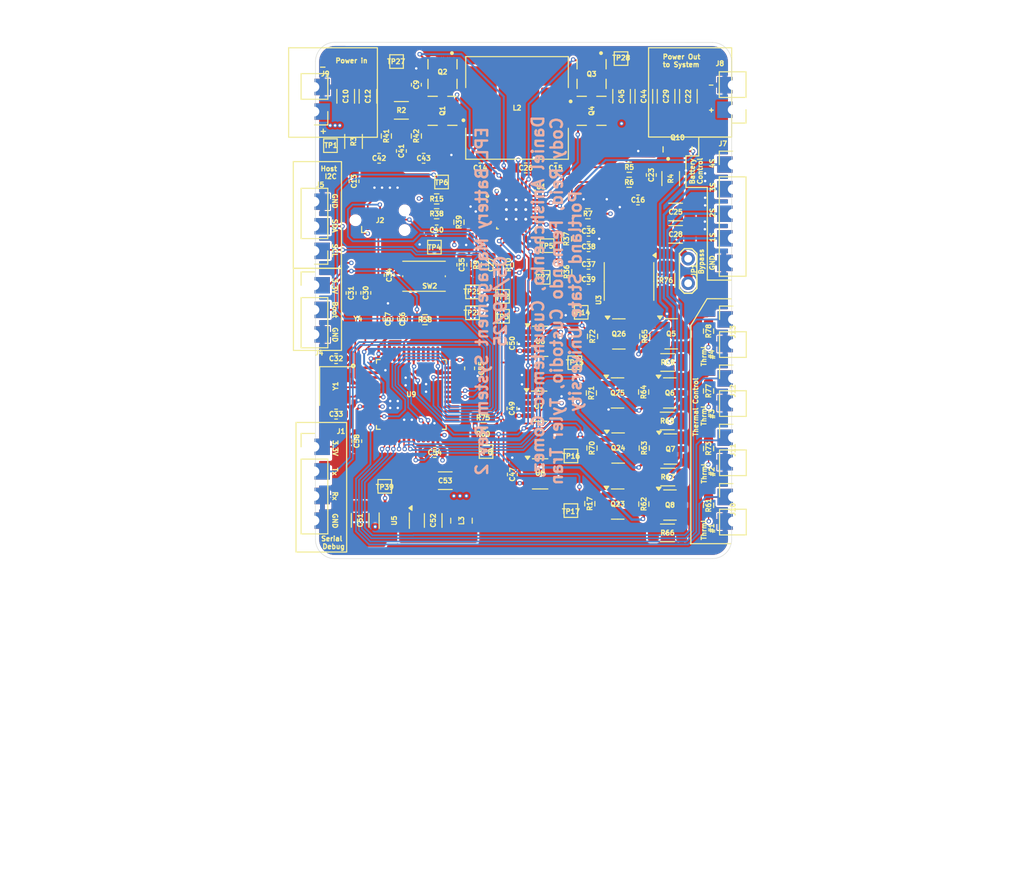
<source format=kicad_pcb>
(kicad_pcb (version 20241229) (generator "pcbnew") (generator_version "9.0")
  (layers (0 "F.Cu" signal) (4 "In1.Cu" power "GND") (6 "In2.Cu" power "PWR") (2 "B.Cu" signal) (13 "F.Paste" user) (15 "B.Paste" user) (5 "F.SilkS" user "F.Silkscreen") (7 "B.SilkS" user "B.Silkscreen") (1 "F.Mask" user) (3 "B.Mask" user) (25 "Edge.Cuts" user))
  (net 0 "")
  (net 1 "GND")
  (net 2 "/Charge Control/VBus")
  (net 3 "Net-(C13-Pad1)")
  (net 4 "Net-(U1-BTST1)")
  (net 5 "Net-(U1-SW1)")
  (net 6 "Net-(U1-BTST2)")
  (net 7 "Net-(U1-SW2)")
  (net 8 "/Charge Control/Vsys")
  (net 9 "Net-(JP1-A)")
  (net 10 "Net-(C23-Pad1)")
  (net 11 "Net-(U1-REGN)")
  (net 12 "Net-(U1-IBAT)")
  (net 13 "Net-(U9-PC14-OSC32_IN)")
  (net 14 "Net-(U9-PC15-OSC32_OUT)")
  (net 15 "Net-(U9-PD0_OSC_IN)")
  (net 16 "Net-(U9-PD1_OSC_OUT)")
  (net 17 "Net-(J2-~{RESET})")
  (net 18 "Net-(U1-IADPT)")
  (net 19 "Net-(U1-COMP1)")
  (net 20 "Net-(U1-COMP2)")
  (net 21 "Net-(C38-Pad2)")
  (net 22 "Net-(C39-Pad2)")
  (net 23 "Net-(U1-ACP)")
  (net 24 "Net-(U1-ACN)")
  (net 25 "3.3V")
  (net 26 "Net-(U5-SW)")
  (net 27 "Net-(U5-CB)")
  (net 28 "SWCLK")
  (net 29 "SWDIO")
  (net 30 "Net-(U1-HIDRV1)")
  (net 31 "Net-(U1-LODRV1)")
  (net 32 "Net-(U1-LODRV2)")
  (net 33 "Net-(U1-HIDRV2)")
  (net 34 "Net-(U1-~{BATDRV})")
  (net 35 "/Cell Interface/Cell_Balancer_1")
  (net 36 "/Cell Interface/Cell_Balancer_2")
  (net 37 "/Cell Interface/Cell_Balancer_3")
  (net 38 "/Cell Interface/Cell_Balancer_4")
  (net 39 "/Cell Interface/Cell 1")
  (net 40 "/Cell Interface/Cell 2")
  (net 41 "/Cell Interface/Cell 3")
  (net 42 "Net-(U1-SRP)")
  (net 43 "Net-(U1-SRN)")
  (net 44 "VDDA")
  (net 45 "/Charge Control/CHRG_OK")
  (net 46 "Net-(U1-ILIM_HIZ)")
  (net 47 "Net-(U9-BOOT0)")
  (net 48 "Net-(J4-Pin_2)")
  (net 49 "/Cell Interface/SCL")
  (net 50 "/Cell Interface/BATT")
  (net 51 "/Cell Interface/SDA")
  (net 54 "/Microcontroller/Thermistor C3")
  (net 56 "/Microcontroller/Thermistor C2")
  (net 58 "/Microcontroller/Thermistor C1")
  (net 59 "/Microcontroller/USART1_RX")
  (net 62 "/Microcontroller/I2C2_SDA_To_Host")
  (net 71 "/Microcontroller/I2C2_SCL_To_Host")
  (net 72 "/Microcontroller/USART1_TX")
  (net 75 "/Microcontroller/Thermistor C4")
  (net 78 "Net-(Q5-S)")
  (net 79 "Net-(Q6-D)")
  (net 80 "Net-(Q7-D)")
  (net 81 "Net-(Q8-D)")
  (net 82 "Net-(C9-Pad1)")
  (net 83 "Net-(JP1-B)")
  (net 84 "Net-(U1-~{PROCHOT})")
  (net 85 "Net-(U1-PSYS)")
  (net 86 "Net-(Q26-D)")
  (net 87 "Net-(Q25-D)")
  (net 88 "Net-(Q24-D)")
  (net 89 "Net-(Q23-D)")
  (footprint "TestPoint:TestPoint_Pad_1.0x1.0mm" (layer "F.Cu") (at 225.5012 76.0222)
    (property "Reference" "TP3")
    (property "Value" "TestPoint_Small")
  )
  (footprint "Capacitor_SMD:C_0603_1608Metric" (layer "F.Cu") (at 218.5 90.1)
    (property "Reference" "C54")
    (property "Value" "100n")
  )
  (footprint "Button_Switch_SMD:SW_Push_1P1T_NO_CK_KMR2" (layer "F.Cu") (at 217.3918 71.8904)
    (property "Reference" "SW2")
    (property "Value" "SW_Push")
  )
  (footprint "Resistor_SMD:R_0603_1608Metric" (layer "F.Cu") (at 234.8 78.1 -90)
    (property "Reference" "R72")
    (property "Value" "10k")
  )
  (footprint "Resistor_SMD:R_0603_1608Metric" (layer "F.Cu") (at 232.1306 71.4248 -90)
    (property "Reference" "R36")
    (property "Value" "15k")
  )
  (footprint "Capacitor_SMD:C_1206_3216Metric" (layer "F.Cu") (at 219.582453 93.009 180)
    (property "Reference" "C53")
    (property "Value" "10u")
  )
  (footprint "TestPoint:TestPoint_Pad_1.0x1.0mm" (layer "F.Cu") (at 207.7212 58.3946)
    (property "Reference" "TP1")
    (property "Value" "TestPoint_Small")
  )
  (footprint "Resistor_SMD:R_1206_3216Metric" (layer "F.Cu") (at 242.8748 61.7982 -90)
    (property "Reference" "R4")
    (property "Value" "10m")
  )
  (footprint "Connector_PinHeader_2.54mm:PinHeader_1x04_P2.54mm_Vertical" (layer "F.Cu") (at 206.0702 89.5096)
    (property "Reference" "J1")
    (property "Value" "Conn_01x04")
  )
  (footprint "TestPoint:TestPoint_Pad_1.0x1.0mm" (layer "F.Cu") (at 218.4654 68.8848)
    (property "Reference" "TP4")
    (property "Value" "TestPoint_Small")
  )
  (footprint "Resistor_SMD:R_0603_1608Metric" (layer "F.Cu") (at 217.488 76.3778)
    (property "Reference" "R58")
    (property "Value" "100k")
  )
  (footprint "Capacitor_SMD:C_0603_1608Metric" (layer "F.Cu") (at 231 60.7 180)
    (property "Reference" "C15")
    (property "Value" "47n")
  )
  (footprint "TestPoint:TestPoint_Pad_1.0x1.0mm" (layer "F.Cu") (at 225.5012 73.9648)
    (property "Reference" "TP2")
    (property "Value" "TestPoint_Small")
  )
  (footprint "Resistor_SMD:R_0603_1608Metric" (layer "F.Cu") (at 246.7864 83.7438 90)
    (property "Reference" "R77")
    (property "Value" "10k")
  )
  (footprint "TestPoint:TestPoint_Pad_1.0x1.0mm" (layer "F.Cu") (at 237.744 49.403 90)
    (property "Reference" "TP28")
    (property "Value" "TestPoint_Small")
  )
  (footprint "Inductor_SMD:L_1008_2520Metric_Pad1.43x2.20mm_HandSolder" (layer "F.Cu") (at 221.258853 97.1433 90)
    (property "Reference" "L3")
    (property "Value" "3.3u")
  )
  (footprint "Capacitor_SMD:C_0603_1608Metric" (layer "F.Cu") (at 222.1 81.4 90)
    (property "Reference" "C55")
    (property "Value" "100n")
  )
  (footprint "Capacitor_SMD:C_1206_3216Metric" (layer "F.Cu") (at 237.8 53.3 90)
    (property "Reference" "C45")
    (property "Value" "33u")
  )
  (footprint "AON7407:TRANS_AON7407" (layer "F.Cu") (at 243.586 57.5608 90)
    (property "Reference" "Q10")
    (property "Value" "AON7407")
  )
  (footprint "Resistor_SMD:R_1206_3216Metric" (layer "F.Cu") (at 215.05 54.75)
    (property "Reference" "R2")
    (property "Value" "10m")
  )
  (footprint "TestPoint:TestPoint_Pad_1.0x1.0mm" (layer "F.Cu") (at 222.4024 75.6666)
    (property "Reference" "TP24")
    (property "Value" "TestPoint_Small")
  )
  (footprint "Resistor_SMD:R_0603_1608Metric" (layer "F.Cu") (at 216.6 57.4 90)
    (property "Reference" "R42")
    (property "Value" "5.1")
  )
  (footprint "Package_TO_SOT_SMD:SOT-23" (layer "F.Cu") (at 242.8415 89.7366)
    (property "Reference" "Q7")
    (property "Value" "BSS83P")
  )
  (footprint "Resistor_SMD:R_0603_1608Metric" (layer "F.Cu") (at 240.0808 83.847 90)
    (property "Reference" "R64")
    (property "Value" "10k")
  )
  (footprint "TestPoint:TestPoint_Pad_1.0x1.0mm" (layer "F.Cu") (at 230.0986 68.7324)
    (property "Reference" "TP5")
    (property "Value" "TestPoint_Small")
  )
  (footprint "Capacitor_SMD:C_0603_1608Metric" (layer "F.Cu") (at 221.3 70.703 -90)
    (property "Reference" "C35")
    (property "Value" "100p")
  )
  (footprint "Connector_PinHeader_2.54mm:PinHeader_1x02_P2.54mm_Vertical" (layer "F.Cu") (at 249.301 88.5648)
    (property "Reference" "J11")
    (property "Value" "Conn_01x02" (hide yes))
  )
  (footprint "Resistor_SMD:R_0603_1608Metric" (layer "F.Cu") (at 223.5 88.2)
    (property "Reference" "R60")
    (property "Value" "4.7k")
  )
  (footprint "Resistor_SMD:R_0603_1608Metric" (layer "F.Cu") (at 234.6808 83.947 -90)
    (property "Reference" "R71")
    (property "Value" "10k")
  )
  (footprint "Resistor_SMD:R_0603_1608Metric" (layer "F.Cu") (at 213.5 57.4 -90)
    (property "Reference" "R41")
    (property "Value" "5.1")
  )
  (footprint "Capacitor_SMD:C_1206_3216Metric" (layer "F.Cu") (at 218.337853 97.1238 -90)
    (property "Reference" "C52")
    (property "Value" "10u")
  )
  (footprint "TestPoint:TestPoint_Pad_1.0x1.0mm" (layer "F.Cu") (at 232.9688 80.8228)
    (property "Reference" "TP15")
    (property "Value" "TestPoint_Small")
  )
  (footprint "AON7408:TRANS_AON7408" (layer "F.Cu") (at 234.7 51 -90)
    (property "Reference" "Q3")
    (property "Value" "AONR32320C")
  )
  (footprint "Resistor_SMD:R_0603_1608Metric" (layer "F.Cu") (at 240.1415 89.6366 90)
    (property "Reference" "R63")
    (property "Value" "10k")
  )
  (footprint "AON7408:TRANS_AON7408" (layer "F.Cu") (at 219.3 54.8 180)
    (property "Reference" "Q1")
    (property "Value" "AONR32320C")
  )
  (footprint "Package_SO:SOIC-8-1EP_3.9x4.9mm_P1.27mm_EP2.29x3mm" (layer "F.Cu") (at 238.5702 72.4266 -90)
    (property "Reference" "U3")
    (property "Value" "LTC2943CDD#PBF")
  )
  (footprint "AON7408:TRANS_AON7408" (layer "F.Cu") (at 234.7 54.8)
    (property "Reference" "Q4")
    (property "Value" "AONR32320C")
  )
  (footprint "Capacitor_SMD:C_0603_1608Metric" (layer "F.Cu") (at 227.9 60.7)
    (property "Reference" "C26")
    (property "Value" "3.3u")
  )
  (footprint "Package_TO_SOT_SMD:SOT-23-8" (layer "F.Cu") (at 229.3874 92.3036)
    (property "Reference" "U8")
    (property "Value" "INA219AxDCN")
  )
  (footprint "TestPoint:TestPoint_Pad_1.0x1.0mm" (layer "F.Cu") (at 222.4024 73.5076)
    (property "Reference" "TP25")
    (property "Value" "TestPoint_Small")
  )
  (footprint "Capacitor_SMD:C_1206_3216Metric" (layer "F.Cu") (at 211.6 53.3 90)
    (property "Reference" "C12")
    (property "Value" "10u")
  )
  (footprint "Capacitor_SMD:C_1206_3216Metric" (layer "F.Cu") (at 243.3828 65.2526)
    (property "Reference" "C25")
    (property "Value" "10u")
  )
  (footprint "Package_TO_SOT_SMD:SOT-23-6" (layer "F.Cu") (at 214.314153 97.1351 -90)
    (property "Reference" "U5")
    (property "Value" "LMR50410")
  )
  (footprint "TestPoint:TestPoint_Pad_1.0x1.0mm" (layer "F.Cu") (at 223.7994 89.9922)
    (property "Reference" "TP8")
    (property "Value" "TestPoint_Small")
  )
  (footprint "Resistor_SMD:R_0603_1608Metric" (layer "F.Cu") (at 223.5 86.5)
    (property "Reference" "R75")
    (property "Value" "4.7k")
  )
  (footprint "Crystal:Crystal_SMD_TXC_7M-4Pin_3.2x2.5mm" (layer "F.Cu") (at 208.2562 83.2336 -90)
    (property "Reference" "Y1")
    (property "Value" "Crystal_GND24_Small")
  )
  (footprint "Capacitor_SMD:C_0603_1608Metric" (layer "F.Cu") (at 226.4762 85.5474 90)
    (property "Reference" "C49")
    (property "Value" "100n")
  )
  (footprint "Capacitor_SMD:C_0603_1608Metric" (layer "F.Cu") (at 234.3912 68.8304 180)
    (property "Reference" "C38")
    (property "Value" "4.7n")
  )
  (footprint "TestPoint:TestPoint_Pad_1.0x1.0mm" (layer "F.Cu") (at 232.5723 90.4494)
    (property "Reference" "TP16")
    (property "Value" "TestPoint_Small")
  )
  (footprint "Resistor_SMD:R_0603_1608Metric" (layer "F.Cu") (at 218.7 63.9 180)
    (property "Reference" "R15")
    (property "Value" "10k")
  )
  (footprint "Resistor_SMD:R_0603_1608Metric" (layer "F.Cu") (at 240.2 78.1 90)
    (property "Reference" "R65")
    (property "Value" "10k")
  )
  (footprint "Capacitor_SMD:C_1206_3216Metric" (layer "F.Cu") (at 210.794053 97.1024 90)
    (property "Reference" "C51")
    (property "Value" "2.2u")
  )
  (footprint "Capacitor_SMD:C_1206_3216Metric" (layer "F.Cu") (at 209.3 53.3 90)
    (property "Reference" "C10")
    (property "Value" "10u")
  )
  (footprint "TestPoint:TestPoint_2Pads_Pitch2.54mm_Drill0.8mm" (layer "F.Cu") (at 244.6782 70.0732 -90)
    (property "Reference" "JP1")
    (property "Value" "Jumper_2_Bridged" (hide yes))
  )
  (footprint "Resistor_SMD:R_0603_1608Metric" (layer "F.Cu") (at 234.7415 89.6366 -90)
    (property "Reference" "R70")
    (property "Value" "10k")
  )
  (footprint "Package_TO_SOT_SMD:SOT-23" (layer "F.Cu") (at 237.3984 95.4252)
    (property "Reference" "Q23")
    (property "Value" "2N7002")
  )
  (footprint "Capacitor_SMD:C_0603_1608Metric" (layer "F.Cu") (at 215.05 58.95 90)
    (property "Reference" "C41")
    (property "Value" "10n")
  )
  (footprint "Capacitor_SMD:C_0603_1608Metric" (layer "F.Cu") (at 226.5 78.8128 90)
    (property "Reference" "C50")
    (property "Value" "100n")
  )
  (footprint "Package_TO_SOT_SMD:SOT-23-8" (layer "F.Cu") (at 229.4 78.6118)
    (property "Reference" "U6")
    (property "Value" "INA219AxDCN")
  )
  (footprint "Connector_PinHeader_2.54mm:PinHeader_1x02_P2.54mm_Vertical" (layer "F.Cu") (at 206.0702 54.875 180)
    (property "Reference" "J9")
    (property "Value" "Conn_01x02" (hide yes))
  )
  (footprint "TestPoint:TestPoint_Pad_1.0x1.0mm" (layer "F.Cu") (at 233.6292 75.6158)
    (property "Reference" "TP14")
    (property "Value" "TestPoint_Small")
  )
  (footprint "TestPoint:TestPoint_Pad_1.0x1.0mm" (layer "F.Cu") (at 219.202 62.1538)
    (property "Reference" "TP6")
    (property "Value" "TestPoint_Small")
  )
  (footprint "Resistor_SMD:R_0603_1608Metric" (layer "F.Cu") (at 246.7864 95.5548 90)
    (property "Reference" "R61")
    (property "Value" "10k")
  )
  (footprint "Capacitor_SMD:C_0603_1608Metric" (layer "F.Cu") (at 213.7918 71.768 90)
    (property "Reference" "C34")
    (property "Value" "100n")
  )
  (footprint "Package_TO_SOT_SMD:SOT-23-8" (layer "F.Cu") (at 229.2858 85.3174)
    (property "Reference" "U7")
    (property "Value" "INA219AxDCN")
  )
  (footprint "Resistor_SMD:R_0603_1608Metric" (layer "F.Cu") (at 222.7936 70.7002 -90)
    (property "Reference" "R9")
    (property "Value" "187k")
  )
  (footprint "Capacitor_SMD:C_0603_1608Metric" (layer "F.Cu") (at 209.8548 73.6216 -90)
    (property "Reference" "C31")
    (property "Value" "20p")
  )
  (footprint "Capacitor_SMD:C_1206_3216Metric" (layer "F.Cu") (at 244.7 53.3 90)
    (property "Reference" "C22")
    (property "Value" "10u")
  )
  (footprint "Resistor_SMD:R_0603_1608Metric" (layer "F.Cu") (at 221 66.3 -90)
    (property "Reference" "R39")
    (property "Value" "380k")
  )
  (footprint "Capacitor_SMD:C_0603_1608Metric" (layer "F.Cu") (at 211.3788 73.6092 90)
    (property "Reference" "C30")
    (property "Value" "20p")
  )
  (footprint "BQ25730RSNR:IC_BQ25730RSNR" (layer "F.Cu") (at 226.9 65)
    (property "Reference" "U1")
    (property "Value" "BQ25730RSNR")
  )
  (footprint "Capacitor_SMD:C_0603_1608Metric" (layer "F.Cu") (at 212.75 59.7 180)
    (property "Reference" "C42")
    (property "Value" "33n")
  )
  (footprint "Connector_PinHeader_2.54mm:PinHeader_1x05_P2.54mm_Vertical" (layer "F.Cu") (at 249.2756 60.3504)
    (property "Reference" "J7")
    (property "Value" "Conn_01x05" (hide yes))
  )
  (footprint "Connector_PinHeader_2.54mm:PinHeader_1x02_P2.54mm_Vertical" (layer "F.Cu") (at 249.301 76.3524)
    (property "Reference" "J13")
    (property "Value" "Conn_01x02" (hide yes))
  )
  (footprint "Capacitor_SMD:C_0603_1608Metric" (layer "F.Cu") (at 210.1596 62.0776 -90)
    (property "Reference" "C13")
    (property "Value" "1u")
  )
  (footprint "Inductor_SMD:L_10.4x10.4_H4.8" (layer "F.Cu") (at 227 54.5)
    (property "Reference" "L2")
    (property "Value" "4.7u")
  )
  (footprint "Package_TO_SOT_SMD:SOT-23" (layer "F.Cu") (at 242.9233 77.8358)
    (property "Reference" "Q5")
    (property "Value" "BSS83P")
  )
  (footprint "Package_TO_SOT_SMD:SOT-23" (layer "F.Cu") (at 237.4415 89.6366)
    (property "Reference" "Q24")
    (property "Value" "2N7002")
  )
  (footprint "Connector_PinHeader_2.54mm:PinHeader_1x02_P2.54mm_Vertical" (layer "F.Cu") (at 249.2756 54.6862 180)
    (property "Reference" "J8")
    (property "Value" "Conn_01x02")
  )
  (footprint "Capacitor_SMD:C_0603_1608Metric" (layer "F.Cu") (at 210.439 88.9254 90)
    (property "Reference" "C58")
    (property "Value" "100n")
  )
  (footprint "Connector_PinHeader_2.54mm:PinHeader_1x03_P2.54mm_Vertical" (layer "F.Cu") (at 206.0702 69.2658 180)
    (property "Reference" "J5")
    (property "Value" "Conn_01x03")
  )
  (footprint "TestPoint:TestPoint_Pad_1.0x1.0mm" (layer "F.Cu") (at 229.7 72)
    (property "Reference" "TP7")
    (property "Value" "TestPoint_Small")
  )
  (footprint "Capacitor_SMD:C_1206_3216Metric" (layer "F.Cu") (at 243.3828 67.564)
    (property "Reference" "C28")
    (property "Value" "10u")
  )
  (footprint "Connector:Tag-Connect_TC2030-IDC-NL_2x03_P1.27mm_Vertical" (layer "F.Cu") (at 212.85 66.1)
    (property "Reference" "J2")
    (property "Value" "Conn_ARM_SWD_TagConnect_TC2030")
  )
  (footprint "Resistor_SMD:R_0603_1608Metric" (layer "F.Cu") (at 218.694 65.4304)
    (property "Reference" "R38")
    (property "Value" "220k")
  )
  (footprint "Capacitor_SMD:C_0603_1608Metric" (layer "F.Cu") (at 240.8682 61.4302 -90)
    (property "Reference" "C23")
    (property "Value" "100n")
  )
  (footprint "Capacitor_SMD:C_0603_1608Metric" (layer "F.Cu") (at 217.35 59.7)
    (property "Reference" "C43")
    (property "Value" "33n")
  )
  (footprint "Resistor_SMD:R_1206_3216Metric" (layer "F.Cu") (at 242.5192 86.8426)
    (property "Reference" "R68")
    (property "Value" "100")
  )
  (footprint "Capacitor_SMD:C_0603_1608Metric" (layer "F.Cu") (at 234.3912 72.2122 180)
    (property "Reference" "C39")
    (property "Value" "680p")
  )
  (footprint "Resistor_SMD:R_0603_1608Metric" (layer "F.Cu") (at 246.7864 77.5584 90)
    (property "Reference" "R78")
    (property "Value" "10k")
  )
  (footprint "Resistor_SMD:R_1206_3216Metric" (layer "F.Cu") (at 242.57 92.6338)
    (property "Reference" "R67")
    (property "Value" "100")
  )
  (footprint "Capacitor_SMD:C_1206_3216Metric" (layer "F.Cu") (at 240.1 53.3 90)
    (property "Reference" "C44")
    (property "Value" "33u")
  )
  (footprint "Resistor_SMD:R_0603_1608Metric" (layer "F.Cu") (at 246.7864 89.6874 90)
    (property "Reference" "R73")
    (property "Value" "10k")
  )
  (footprint "Connector_PinHeader_2.54mm:PinHeader_1x02_P2.54mm_Vertical" (layer "F.Cu") (at 249.301 82.4484)
    (property "Reference" "J12")
    (property "Value" "Conn_01x02" (hide yes))
  )
  (footprint "STM32F103C8T6:QFP50P900X900X160-48N" (layer "F.Cu") (at 216.075 84.1)
    (property "Reference" "U9")
    (property "Value" "STM32F103C8T6")
  )
  (footprint "Capacitor_SMD:C_0603_1608Metric" (layer "F.Cu") (at 218.694 67.1068)
    (property "Reference" "C40")
    (property "Value" "1u")
  )
  (footprint "Resistor_SMD:R_1206_3216Metric" (layer "F.Cu") (at 210.1088 57.9628 -90)
    (property "Reference" "R3")
    (property "Value" "2.2")
  )
  (footprint "Resistor_SMD:R_0603_1608Metric" (layer "F.Cu") (at 234.315 65.4304 180)
    (property "Reference" "R7")
    (property "Value" "33k")
  )
  (footprint "Capacitor_SMD:C_0603_1608Metric" (layer "F.Cu") (at 215.1634 76.3146 -90)
    (property "Reference" "C56")
    (property "Value" "100n")
  )
  (footprint "Package_TO_SOT_SMD:SOT-23" (layer "F.Cu") (at 242.7984 95.5252)
    (property "Reference" "Q8")
    (property "Value" "BSS83P")
  )
  (footprint "CM8V-T1A-32.768KHZ:XTAL_CM8V-T1A-32.768KHZ-12.5PF-20PPM-TA-QA" (layer "F.Cu") (at 210.566 76.2762)
    (property "Reference" "Y4")
    (property "Value" "CM8V-T1A-32.768KHZ-12.5PF-20PPM-TA-QA" (hide yes))
  )
  (footprint "AON7408:TRANS_AON7408" (layer "F.Cu") (at 219.3 51 -90)
    (property "Reference" "Q2")
    (property "Value" "AONR32320C")
  )
  (footprint "TestPoint:TestPoint_Pad_1.0x1.0mm" (layer "F.Cu") (at 214.5538 49.7078 90)
    (property "Reference" "TP27")
    (property "Value" "TestPoint_Small")
  )
  (footprint "Capacitor_SMD:C_0603_1608Metric" (layer "F.Cu") (at 224.3074 70.7012 -90)
    (property "Reference" "C27")
    (property "Value" "100p")
  )
  (footprint "Package_TO_SOT_SMD:SOT-23" (layer "F.Cu") (at 237.3808 83.947)
    (property "Reference" "Q25")
    (property "Value" "2N7002")
  )
  (footprint "Resistor_SMD:R_0603_1608Metric" (layer "F.Cu") (at 238.5944 60.6298 180)
    (property "Reference" "R5")
    (property "Value" "10")
  )
  (footprint "Capacitor_SMD:C_0603_1608Metric" (layer "F.Cu") (at 213.6648 76.3146 -90)
    (property "Reference" "C57")
    (property "Value" "100n")
  )
  (footprint "Resistor_SMD:R_1206_3216Metric" (layer "F.Cu") (at 242.5446 98.3996)
    (property "Reference" "R66")
    (property "Value" "100")
  )
  (footprint "Connector_PinHeader_2.54mm:PinHeader_1x03_P2.54mm_Vertical" (layer "F.Cu") (at 206.0702 72.8218)
    (property "Reference" "J4")
    (property "Value" "Conn_01x03")
  )
  (footprint "Resistor_SMD:R_0603_1608Metric" (layer "F.Cu") (at 238.5822 62.1792)
    (property "Reference" "R6")
    (property "Value" "10")
  )
  (footprint "Capacitor_SMD:C_0603_1608Metric" (layer "F.Cu") (at 208.3054 86.1314 180)
    (property "Reference" "C33")
    (property "Value" "20p")
  )
  (footprint "Capacitor_SMD:C_1206_3216Metric" (layer "F.Cu") (at 242.4 53.3 90)
    (property "Reference" "C29")
    (property "Value" "10u")
  )
  (footprint "Capacitor_SMD:C_0603_1608Metric" (layer "F.Cu") (at 239.4966 64.008 180)
    (property "Reference" "C16")
    (property "Value" "1u")
  )
  (footprint "Capacitor_SMD:C_0603_1608Metric" (layer "F.Cu") (at 226.5172 92.3674 90)
    (property "Reference" "C47")
    (property "Value" "100n")
  )
  (footprint "Resistor_SMD:R_0603_1608Metric" (layer "F.Cu") (at 240.0984 95.4252 90)
    (property "Reference" "R62")
    (property "Value" "10k")
  )
  (footprint "Capacitor_SMD:C_0603_1608Metric" (layer "F.Cu") (at 216.6 52.1 90)
    (property "Reference" "C9")
    (property "Value" "10n")
  )
  (footprint "Package_TO_SOT_SMD:SOT-23" (layer "F.Cu") (at 237.5177 77.851)
    (property "Reference" "Q26")
    (property "Value" "2N7002")
  )
  (footprint "TestPoint:TestPoint_Pad_1.0x1.0mm" (layer "F.Cu") (at 232.5624 96.1004)
    (property "Reference" "TP17")
    (property "Value" "TestPoint_Small")
  )
  (footprint "Resistor_SMD:R_0603_1608Metric" (layer "F.Cu") (at 232.1052 68.0304 -90)
    (property "Reference" "R37")
    (property "Value" "39k")
  )
  (footprint "Resistor_SMD:R_0603_1608Metric" (layer "F.Cu") (at 234.5182 95.3892 90)
    (property "Reference" "R17")
    (property "Value" "10k")
  )
  (footprint "Capacitor_SMD:C_0603_1608Metric" (layer "F.Cu") (at 234.3912 70.6536 180)
    (property "Reference" "C37")
    (property "Value" "15p")
  )
  (footprint "Resistor_SMD:R_1206_3216Metric" (layer "F.Cu") (at 242.57 80.7974)
    (property "Reference" "R69")
    (property "Value" "100")
  )
  (footprint "Capacitor_SMD:C_0603_1608Metric" (layer "F.Cu") (at 234.3912 67.2304 180)
    (property "Reference" "C36")
    (property "Value" "33p")
  )
  (footprint "Connector_PinHeader_2.54mm:PinHeader_1x02_P2.54mm_Vertical" (layer "F.Cu") (at 249.301 94.6912)
    (property "Reference" "J10")
    (property "Value" "Conn_01x02" (hide yes))
  )
  (footprint "Resistor_SMD:R_1206_3216Metric" (layer "F.Cu") (at 242.3922 72.3138 90)
    (property "Reference" "R76")
    (property "Value" "20m" (hide yes))
  )
  (footprint "Package_TO_SOT_SMD:SOT-23" (layer "F.Cu") (at 242.7808 83.947)
    (property "Reference" "Q6")
    (property "Value" "BSS83P")
  )
  (footprint "TestPoint:TestPoint_Pad_1.0x1.0mm" (layer "F.Cu") (at 213.334053 93.5932 180)
    (property "Reference" "TP39")
    (property "Value" "TestPoint_Small")
  )
  (footprint "Resistor_SMD:R_0603_1608Metric" (layer "F.Cu") (at 226.1108 70.7136 90)
    (property "Reference" "R10")
    (property "Value" "10")
  )
  (footprint "Capacitor_SMD:C_0603_1608Metric" (layer "F.Cu") (at 208.3054 80.3954)
    (property "Reference" "C32")
    (property "Value" "20p")
  )
  (footprint "Capacitor_SMD:C_0603_1608Metric" (layer "F.Cu") (at 223.2 60.7)
    (property "Reference" "C14")
    (property "Value" "47n")
  )
  (gr_rect (start 203.8985 71.0692) (end 208.8642 79.5528) (stroke (width 0.125)) (fill no) (layer "F.SilkS"))
  (gr_rect (start 240.5888 48.2854) (end 249.174 57.5056) (stroke (width 0.125)) (fill no) (layer "F.SilkS"))
  (gr_rect (start 204.1652 86.995) (end 209.3976 100.3808) (stroke (width 0.125)) (fill no) (layer "F.SilkS"))
  (gr_line (start 246.6594 62.7126) (end 244.4496 62.7126) (stroke (width 0.125)) (layer "F.SilkS"))
  (gr_line (start 249.0724 99.5172) (end 244.9068 99.5172) (stroke (width 0.125)) (layer "F.SilkS"))
  (gr_line (start 244.9576 99.5426) (end 244.9576 76.9747) (stroke (width 0.125)) (layer "F.SilkS"))
  (gr_line (start 244.9576 76.962) (end 246.634 74.2061) (stroke (width 0.125)) (layer "F.SilkS"))
  (gr_line (start 249.1232 72.2884) (end 246.6594 72.2884) (stroke (width 0.125)) (layer "F.SilkS"))
  (gr_line (start 245.7704 57.5056) (end 249.1486 57.5056) (stroke (width 0.125)) (layer "F.SilkS"))
  (gr_line (start 244.4496 59.4614) (end 244.4496 62.7126) (stroke (width 0.125)) (layer "F.SilkS"))
  (gr_line (start 244.4496 59.4614) (end 245.7704 59.4614) (stroke (width 0.125)) (layer "F.SilkS"))
  (gr_rect (start 203.8858 60.0456) (end 208.8642 71.0692) (stroke (width 0.125)) (fill no) (layer "F.SilkS"))
  (gr_line (start 249.0978 74.2188) (end 246.634 74.2061) (stroke (width 0.125)) (layer "F.SilkS"))
  (gr_line (start 246.6594 72.2884) (end 246.6594 62.7126) (stroke (width 0.125)) (layer "F.SilkS"))
  (gr_rect (start 203.4032 48.2854) (end 212.5726 57.531) (stroke (width 0.125)) (fill no) (layer "F.SilkS"))
  (gr_line (start 245.7704 59.4614) (end 245.7704 57.5056) (stroke (width 0.125)) (layer "F.SilkS"))
  (gr_arc (start 208.171803 101.066578) (mid 206.755257 100.478469) (end 206.1718 99.06) (stroke (width 0.05)) (layer "Edge.Cuts"))
  (gr_line (start 249.174 49.7266) (end 249.174 99.06) (stroke (width 0.05)) (layer "Edge.Cuts"))
  (gr_arc (start 247.174 47.735192) (mid 248.582138 48.318462) (end 249.165408 49.7266) (stroke (width 0.05)) (layer "Edge.Cuts"))
  (gr_arc (start 249.174 99.06) (mid 248.588214 100.474214) (end 247.174 101.06) (stroke (width 0.05)) (layer "Edge.Cuts"))
  (gr_line (start 206.1718 99.06) (end 206.1718 49.6824) (stroke (width 0.05)) (layer "Edge.Cuts"))
  (gr_line (start 208.170214 47.718007) (end 247.1928 47.735192) (stroke (width 0.05)) (layer "Edge.Cuts"))
  (gr_arc (start 206.1718 49.6824) (mid 206.776126 48.289226) (end 208.182323 47.715853) (stroke (width 0.05)) (layer "Edge.Cuts"))
  (gr_line (start 247.174 101.06) (end 208.1784 101.0666) (stroke (width 0.05)) (layer "Edge.Cuts"))
  (gr_text "Thrml \n#2" (at 247.4214 92.075 90) (layer "F.SilkS") (effects (font (size 0.5 0.5) (thickness 0.125) (bold yes)) (justify bottom)))
  (gr_text "SDA" (at 207.8736 65.8876 270) (layer "F.SilkS") (effects (font (size 0.5 0.5) (thickness 0.125) (bold yes)) (justify left bottom)))
  (gr_text "Host \nI2C" (at 207.7466 61.8744 0) (layer "F.SilkS") (effects (font (size 0.5 0.5) (thickness 0.125) (bold yes)) (justify bottom)))
  (gr_text "Power in" (at 209.9056 49.911 0) (layer "F.SilkS") (effects (font (size 0.5 0.5) (thickness 0.125) (bold yes)) (justify bottom)))
  (gr_text "GND" (at 207.899 77.089 270) (layer "F.SilkS") (effects (font (size 0.5 0.5) (thickness 0.125) (bold yes)) (justify left bottom)))
  (gr_text "3S\n" (at 247.523 63.246 90) (layer "F.SilkS") (effects (font (size 0.5 0.5) (thickness 0.125) (bold yes)) (justify left bottom)))
  (gr_text "GND" (at 207.8736 63.2714 270) (layer "F.SilkS") (effects (font (size 0.5 0.5) (thickness 0.125) (bold yes)) (justify left bottom)))
  (gr_text "GND" (at 207.899 96.3168 270) (layer "F.SilkS") (effects (font (size 0.5 0.5) (thickness 0.125) (bold yes)) (justify left bottom)))
  (gr_text "Power Out\nto System" (at 241.9858 50.3174 0) (layer "F.SilkS") (effects (font (size 0.5 0.5) (thickness 0.125) (bold yes)) (justify left bottom)))
  (gr_text "Serial \nDebug" (at 208.0514 100.1014 0) (layer "F.SilkS") (effects (font (size 0.5 0.5) (thickness 0.125) (bold yes)) (justify bottom)))
  (gr_text "1S" (at 247.4976 68.4276 90) (layer "F.SilkS") (effects (font (size 0.5 0.5) (thickness 0.125) (bold yes)) (justify left bottom)))
  (gr_text "Thermal Control" (at 245.745 85.3948 90) (layer "F.SilkS") (effects (font (size 0.5 0.5) (thickness 0.125) (bold yes)) (justify bottom)))
  (gr_text "Tx" (at 207.899 91.5924 270) (layer "F.SilkS") (effects (font (size 0.5 0.5) (thickness 0.125) (bold yes)) (justify left bottom)))
  (gr_text "Boot" (at 207.899 74.422 270) (layer "F.SilkS") (effects (font (size 0.5 0.5) (thickness 0.125) (bold yes)) (justify left bottom)))
  (gr_text "-" (at 206.4766 50.5968 0) (layer "F.SilkS") (effects (font (size 0.6 0.6) (thickness 0.125) (bold yes)) (justify left bottom)))
  (gr_text "Rx" (at 207.899 94.0562 270) (layer "F.SilkS") (effects (font (size 0.5 0.5) (thickness 0.125) (bold yes)) (justify left bottom)))
  (gr_text "Bypass\n" (at 246.3292 71.755 90) (layer "F.SilkS") (effects (font (size 0.5 0.5) (thickness 0.125) (bold yes)) (justify left bottom)))
  (gr_text "Thrml \n#4" (at 247.396 79.9592 90) (layer "F.SilkS") (effects (font (size 0.5 0.5) (thickness 0.125) (bold yes)) (justify bottom)))
  (gr_text "SCL\n" (at 207.8736 68.453 270) (layer "F.SilkS") (effects (font (size 0.5 0.5) (thickness 0.125) (bold yes)) (justify left bottom)))
  (gr_text "3.3V\n" (at 207.9244 88.7476 270) (layer "F.SilkS") (effects (font (size 0.5 0.5) (thickness 0.125) (bold yes)) (justify left bottom)))
  (gr_text "Thrml \n#3" (at 247.396 86.106 90) (layer "F.SilkS") (effects (font (size 0.5 0.5) (thickness 0.125) (bold yes)) (justify bottom)))
  (gr_text "4S" (at 247.4722 60.7822 90) (layer "F.SilkS") (effects (font (size 0.5 0.5) (thickness 0.125) (bold yes)) (justify left bottom)))
  (gr_text "GND" (at 247.4722 71.3486 90) (layer "F.SilkS") (effects (font (size 0.5 0.5) (thickness 0.125) (bold yes)) (justify left bottom)))
  (gr_text "3.3V\n" (at 207.8736 72.009 270) (layer "F.SilkS") (effects (font (size 0.5 0.5) (thickness 0.125) (bold yes)) (justify left bottom)))
  (gr_text "Battery \nControl" (at 246.2022 62.4586 90) (layer "F.SilkS") (effects (font (size 0.5 0.5) (thickness 0.125) (bold yes)) (justify left bottom)))
  (gr_text "2S\n" (at 247.4976 65.8876 90) (layer "F.SilkS") (effects (font (size 0.5 0.5) (thickness 0.125) (bold yes)) (justify left bottom)))
  (gr_text "+" (at 246.6848 54.991 0) (layer "F.SilkS") (effects (font (size 0.5 0.5) (thickness 0.125) (bold yes)) (justify left bottom)))
  (gr_text "Thrml \n#1" (at 247.396 97.917 90) (layer "F.SilkS") (effects (font (size 0.5 0.5) (thickness 0.125) (bold yes)) (justify bottom)))
  (gr_text "-" (at 246.6594 52.4002 0) (layer "F.SilkS") (effects (font (size 0.5 0.5) (thickness 0.125) (bold yes)) (justify left bottom)))
  (gr_text "+" (at 206.5274 57.2262 0) (layer "F.SilkS") (effects (font (size 0.6 0.6) (thickness 0.125) (bold yes)) (justify left bottom)))
  (gr_text "\nEPL Battery Management System Rev 2\n05/19/25\n\nDaniel Anishchenko, Cuauhtemoc Gomez, \nCody Reid, Fernando Custodio, Tyler Tran\nPortland State University" (at 233.7308 74.4728 90) (layer "B.SilkS") (effects (font (size 1.2 1.2) (thickness 0.25) (bold yes)) (justify bottom mirror)))
  (segment (start 228.2561 78.9432) (end 228.2625 78.9368) (width 0.127) (layer "F.Cu") (net 1))
  (segment (start 227.5 67.4546) (end 227.5 67) (width 0.127) (layer "F.Cu") (net 1))
  (segment (start 229.959738 84.3424) (end 230.4233 84.3424) (width 0.127) (layer "F.Cu") (net 1))
  (segment (start 222.7344 65.2) (end 224.9 65.2) (width 0.1778) (layer "F.Cu") (net 1))
  (segment (start 227.5 61.7298) (end 227.5 63) (width 0.1778) (layer "F.Cu") (net 1))
  (segment (start 233.49 65.4304) (end 232.8672 65.4304) (width 0.1778) (layer "F.Cu") (net 1))
  (segment (start 228.727 60.5028) (end 227.5 61.7298) (width 0.1778) (layer "F.Cu") (net 1))
  (segment (start 232.2976 66) (end 228.9 66) (width 0.1778) (layer "F.Cu") (net 1))
  (segment (start 228.727 59.6392) (end 228.727 60.5028) (width 0.127) (layer "F.Cu") (net 1))
  (segment (start 228.3206 68.2752) (end 227.5 67.4546) (width 0.127) (layer "F.Cu") (net 1))
  (segment (start 211.87 84.825) (end 211.895 84.85) (width 0.127) (layer "F.Cu") (net 1))
  (segment (start 232.8672 65.4304) (end 232.2976 66) (width 0.1778) (layer "F.Cu") (net 1))
  (segment (start 228.1419 85.6488) (end 228.1483 85.6424) (width 0.127) (layer "F.Cu") (net 1))
  (via (at 244.4496 60.96) (size 0.4572) (drill 0.254) (layers "F.Cu" "B.Cu") (net 1))
  (via (at 213.6648 74.689) (size 0.4572) (drill 0.254) (layers "F.Cu" "B.Cu") (net 1))
  (via (at 235.4834 68.0212) (size 0.4572) (drill 0.254) (layers "F.Cu" "B.Cu") (net 1))
  (via (at 237.617 64.7446) (size 0.4572) (drill 0.254) (layers "F.Cu" "B.Cu") (net 1))
  (via (at 217.6018 83.0326) (size 0.4572) (drill 0.254) (layers "F.Cu" "B.Cu") (net 1))
  (via (at 223.9772 74.8284) (size 0.4572) (drill 0.254) (layers "F.Cu" "B.Cu") (net 1))
  (via (at 246.4054 67.0306) (size 0.4572) (drill 0.254) (layers "F.Cu" "B.Cu") (net 1))
  (via (at 246.4054 66.2432) (size 0.4572) (drill 0.254) (layers "F.Cu" "B.Cu") (net 1))
  (via (at 215.4936 83.1596) (size 0.4572) (drill 0.254) (layers "F.Cu" "B.Cu") (net 1))
  (via (at 215.4936 82.3722) (size 0.4572) (drill 0.254) (layers "F.Cu" "B.Cu") (net 1))
  (via (at 222.7344 65.2) (size 0.4572) (drill 0.254) (layers "F.Cu" "B.Cu") (net 1))
  (via (at 213.0552 62.738) (size 0.4572) (drill 0.254) (layers "F.Cu" "B.Cu") (net 1))
  (via (at 246.4308 64.5668) (size 0.4572) (drill 0.254) (layers "F.Cu" "B.Cu") (net 1))
  (via (at 222.9358 82.1944) (size 0.4572) (drill 0.254) (layers "F.Cu" "B.Cu") (net 1))
  (via (at 236.4548 85.6576) (size 0.4572) (drill 0.254) (layers "F.Cu" "B.Cu") (net 1))
  (via (at 239.522 58.9534) (size 0.4572) (drill 0.254) (layers "F.Cu" "B.Cu") (net 1))
  (via (at 214.6808 85.4964) (size 0.4572) (drill 0.254) (layers "F.Cu" "B.Cu") (net 1))
  (via (at 228.3206 68.2752) (size 0.4572) (drill 0.254) (layers "F.Cu" "B.Cu") (net 1))
  (via (at 246.4308 61.2648) (size 0.4572) (drill 0.254) (layers "F.Cu" "B.Cu") (net 1))
  (via (at 213.8934 85.4964) (size 0.4572) (drill 0.254) (layers "F.Cu" "B.Cu") (net 1))
  (via (at 212.2678 62.738) (size 0.4572) (drill 0.254) (layers "F.Cu" "B.Cu") (net 1))
  (via (at 232.029 75.9206) (size 0.4572) (drill 0.254) (layers "F.Cu" "B.Cu") (net 1))
  (via (at 230.9 88.3) (size 0.4572) (drill 0.254) (layers "F.Cu" "B.Cu") (net 1))
  (via (at 210.6168 84.6836) (size 0.4572) (drill 0.254) (layers "F.Cu" "B.Cu") (net 1))
  (via (at 218.4654 87.0712) (size 0.4572) (drill 0.254) (layers "F.Cu" "B.Cu") (net 1))
  (via (at 216.9414 68.6054) (size 0.4572) (drill 0.254) (layers "F.Cu" "B.Cu") (net 1))
  (via (at 222.1992 64.6938) (size 0.4572) (drill 0.254) (layers "F.Cu" "B.Cu") (net 1))
  (via (at 226.5068 90.6276) (size 0.4572) (drill 0.254) (layers "F.Cu" "B.Cu") (net 1))
  (via (at 231.5972 84.3026) (size 0.4572) (drill 0.254) (layers "F.Cu" "B.Cu") (net 1))
  (via (at 214.6808 84.7852) (size 0.4572) (drill 0.254) (layers "F.Cu" "B.Cu") (net 1))
  (via (at 214.6554 62.738) (size 0.4572) (drill 0.254) (layers "F.Cu" "B.Cu") (net 1))
  (via (at 228.727 59.6392) (size 0.4572) (drill 0.254) (layers "F.Cu" "B.Cu") (net 1))
  (via (at 215.3412 86.7156) (size 0.4572) (drill 0.254) (layers "F.Cu" "B.Cu") (net 1))
  (via (at 213.8934 84.7852) (size 0.4572) (drill 0.254) (layers "F.Cu" "B.Cu") (net 1))
  (via (at 233.871 63.9304) (size 0.4572) (drill 0.254) (layers "F.Cu" "B.Cu") (net 1))
  (via (at 213.4 81.6) (size 0.4572) (drill 0.254) (layers "F.Cu" "B.Cu") (net 1))
  (via (at 231.4956 78.2828) (size 0.4572) (drill 0.254) (layers "F.Cu" "B.Cu") (net 1))
  (via (at 216.1286 86.7156) (size 0.4572) (drill 0.254) (layers "F.Cu" "B.Cu") (net 1))
  (via (at 227.5078 83.058) (size 0.4572) (drill 0.254) (layers "F.Cu" "B.Cu") (net 1))
  (via (at 227.2 78.9) (size 0.4572) (drill 0.254) (layers "F.Cu" "B.Cu") (net 1))
  (via (at 227.5078 82.0928) (size 0.4572) (drill 0.254) (layers "F.Cu" "B.Cu") (net 1))
  (via (at 216.5858 50.419) (size 0.4572) (drill 0.254) (layers "F.Cu" "B.Cu") (net 1))
  (via (at 217.6018 83.82) (size 0.4572) (drill 0.254) (layers "F.Cu" "B.Cu") (net 1))
  (via (at 236.2708 63.9318) (size 0.4572) (drill 0.254) (layers "F.Cu" "B.Cu") (net 1))
  (via (at 220.218 59.3598) (size 0.4572) (drill 0.254) (layers "F.Cu" "B.Cu") (net 1))
  (via (at 246.4308 63.7794) (size 0.4572) (drill 0.254) (layers "F.Cu" "B.Cu") (net 1))
  (via (at 213.868 62.738) (size 0.4572) (drill 0.254) (layers "F.Cu" "B.Cu") (net 1))
  (via (at 227.2 85.6) (size 0.4572) (drill 0.254) (layers "F.Cu" "B.Cu") (net 1))
  (via (at 221.742 68.6562) (size 0.4572) (drill 0.254) (layers "F.Cu" "B.Cu") (net 1))
  (via (at 246.4308 62.0522) (size 0.4572) (drill 0.254) (layers "F.Cu" "B.Cu") (net 1))
  (segment (start 214.35 54.75) (end 214.8 55.2) (width 0.1778) (layer "F.Cu") (net 2))
  (segment (start 214.8 55.2) (end 214.8 56.1) (width 0.1778) (layer "F.Cu") (net 2))
  (segment (start 208.6864 56.3118) (end 208.6864 57.0484) (width 0.254) (layer "F.Cu") (net 2))
  (segment (start 213.5875 54.75) (end 214.35 54.75) (width 0.1778) (layer "F.Cu") (net 2))
  (segment (start 211.302853 98.2726) (end 210.998053 98.5774) (width 0.5) (layer "F.Cu") (net 2))
  (segment (start 208.6864 57.0484) (end 207.7212 58.0136) (width 0.254) (layer "F.Cu") (net 2))
  (segment (start 224.9 63.1) (end 224.9 63.6) (width 0.2) (layer "F.Cu") (net 2))
  (segment (start 214.8 56.1) (end 214.325 56.575) (width 0.1778) (layer "F.Cu") (net 2))
  (segment (start 207.7212 58.0136) (end 207.7212 58.3946) (width 0.254) (layer "F.Cu") (net 2))
  (segment (start 214.325 56.575) (end 213.5 56.575) (width 0.1778) (layer "F.Cu") (net 2))
  (via (at 207.6958 56.3118) (size 0.4572) (drill 0.254) (layers "F.Cu" "B.Cu") (net 2))
  (via (at 224.9 63.1) (size 0.4572) (drill 0.254) (layers "F.Cu" "B.Cu") (net 2))
  (via (at 208.6864 56.3118) (size 0.4572) (drill 0.254) (layers "F.Cu" "B.Cu") (net 2))
  (via (at 212.344 97.7646) (size 0.4572) (drill 0.254) (layers "F.Cu" "B.Cu") (net 2))
  (via (at 208.2038 56.3118) (size 0.4572) (drill 0.254) (layers "F.Cu" "B.Cu") (net 2))
  (segment (start 210.1088 61.2518) (end 210.1088 59.4253) (width 0.3) (layer "F.Cu") (net 3))
  (segment (start 210.1596 61.3026) (end 210.1088 61.2518) (width 0.3) (layer "F.Cu") (net 3))
  (segment (start 226.3 63) (end 226.3 61.9) (width 0.2) (layer "F.Cu") (net 4))
  (segment (start 226.3 61.9) (end 225.1 60.7) (width 0.2) (layer "F.Cu") (net 4))
  (segment (start 225.1 60.7) (end 223.975 60.7) (width 0.2) (layer "F.Cu") (net 4))
  (segment (start 222.425 60.7) (end 222.625 60.7) (width 0.2) (layer "F.Cu") (net 5))
  (segment (start 218.86 51.36) (end 219.3 51.36) (width 0.2) (layer "F.Cu") (net 5))
  (segment (start 222.425 60.7) (end 222.425 58.9054) (width 0.254) (layer "F.Cu") (net 5))
  (segment (start 225.5 62.3582) (end 225.5012 62.357) (width 0.127) (layer "F.Cu") (net 5))
  (segment (start 225.5 63) (end 225.5 62.3582) (width 0.1778) (layer "F.Cu") (net 5))
  (segment (start 222.425 61.4144) (end 222.425 60.7) (width 0.1778) (layer "F.Cu") (net 5))
  (segment (start 225.2218 62.0776) (end 223.0882 62.0776) (width 0.1778) (layer "F.Cu") (net 5))
  (segment (start 222.85 58.4804) (end 222.85 54.5) (width 0.254) (layer "F.Cu") (net 5))
  (segment (start 222.425 58.9054) (end 222.85 58.4804) (width 0.254) (layer "F.Cu") (net 5))
  (segment (start 222.425 60.7) (end 222.5742 60.7) (width 0.2) (layer "F.Cu") (net 5))
  (segment (start 222.425 54.925) (end 222.85 54.5) (width 0.127) (layer "F.Cu") (net 5))
  (segment (start 225.5012 62.357) (end 225.2218 62.0776) (width 0.1778) (layer "F.Cu") (net 5))
  (segment (start 214.5538 49.7078) (end 217.2078 49.7078) (width 0.2) (layer "F.Cu") (net 5))
  (segment (start 217.2078 49.7078) (end 218.86 51.36) (width 0.2) (layer "F.Cu") (net 5))
  (segment (start 223.0882 62.0776) (end 222.425 61.4144) (width 0.1778) (layer "F.Cu") (net 5))
  (segment (start 230.225 61.5194) (end 229.6668 62.0776) (width 0.1778) (layer "F.Cu") (net 6))
  (segment (start 230.225 60.7) (end 230.225 61.5194) (width 0.1778) (layer "F.Cu") (net 6))
  (segment (start 228.3 62.4284) (end 228.3 63) (width 0.1778) (layer "F.Cu") (net 6))
  (segment (start 229.6668 62.0776) (end 228.6508 62.0776) (width 0.1778) (layer "F.Cu") (net 6))
  (segment (start 228.6508 62.0776) (end 228.3 62.4284) (width 0.1778) (layer "F.Cu") (net 6))
  (segment (start 231.775 62.2554) (end 230.0304 64) (width 0.1778) (layer "F.Cu") (net 7))
  (segment (start 231.825 53.825) (end 231.15 54.5) (width 0.2) (layer "F.Cu") (net 7))
  (segment (start 231.775 60.7) (end 231.775 62.2554) (width 0.1778) (layer "F.Cu") (net 7))
  (segment (start 231.775 55.125) (end 231.15 54.5) (width 0.2) (layer "F.Cu") (net 7))
  (segment (start 234.7 51.36) (end 234.29 51.36) (width 0.5) (layer "F.Cu") (net 7))
  (segment (start 237.744 49.403) (end 236.4486 50.6984) (width 0.2032) (layer "F.Cu") (net 7))
  (segment (start 233.3 53.825) (end 233.3 55.125) (width 0.254) (layer "F.Cu") (net 7))
  (segment (start 236.4486 50.6984) (end 235.3616 50.6984) (width 0.2032) (layer "F.Cu") (net 7))
  (segment (start 230.0304 64) (end 228.9 64) (width 0.1778) (layer "F.Cu") (net 7))
  (segment (start 235.3616 50.6984) (end 234.7 51.36) (width 0.2032) (layer "F.Cu") (net 7))
  (segment (start 231.175 54.475) (end 231.15 54.5) (width 0.2) (layer "F.Cu") (net 7))
  (segment (start 244.725 54.8) (end 244.7 54.775) (width 0.5) (layer "F.Cu") (net 8))
  (segment (start 237.8 56.1138) (end 237.8 54.775) (width 0.3) (layer "F.Cu") (net 8))
  (segment (start 235.085 54.775) (end 235.06 54.8) (width 0.5) (layer "F.Cu") (net 8))
  (segment (start 230.5 64.3) (end 230.4 64.4) (width 0.2) (layer "F.Cu") (net 8))
  (segment (start 230.4 64.4) (end 228.9 64.4) (width 0.2) (layer "F.Cu") (net 8))
  (via (at 237.8 56.1138) (size 0.4572) (drill 0.254) (layers "F.Cu" "B.Cu") (net 8))
  (via (at 230.5 64.3) (size 0.4572) (drill 0.254) (layers "F.Cu" "B.Cu") (net 8))
  (segment (start 242.1364 67.564) (end 242.2452 67.564) (width 0.762) (layer "F.Cu") (net 9))
  (segment (start 242.2452 67.564) (end 244.7544 70.0732) (width 0.762) (layer "F.Cu") (net 9))
  (segment (start 226.1108 71.5386) (end 227.2162 71.5386) (width 0.127) (layer "F.Cu") (net 11))
  (segment (start 227.125 60.7) (end 227.1 60.725) (width 0.127) (layer "F.Cu") (net 11))
  (segment (start 227.2162 71.5386) (end 227.2284 71.5264) (width 0.127) (layer "F.Cu") (net 11))
  (segment (start 227.125 60.7) (end 227.125 59.875) (width 0.2) (layer "F.Cu") (net 11))
  (segment (start 227.1 60.725) (end 227.1 63) (width 0.1778) (layer "F.Cu") (net 11))
  (segment (start 227.1 60.675) (end 227.125 60.7) (width 0.2) (layer "F.Cu") (net 11))
  (via (at 227.2284 71.5264) (size 0.4572) (drill 0.254) (layers "F.Cu" "B.Cu") (net 11))
  (via (at 227.125 59.875) (size 0.4572) (drill 0.254) (layers "F.Cu" "B.Cu") (net 11))
  (segment (start 228.8794 63.4238) (end 228.8794 66.5988) (width 0.1778) (layer "B.Cu") (net 11))
  (segment (start 228.8794 66.5988) (end 227.7364 67.7418) (width 0.1778) (layer "B.Cu") (net 11))
  (segment (start 227.7364 67.7418) (end 227.7364 71.0184) (width 0.1778) (layer "B.Cu") (net 11))
  (segment (start 227.1268 59.8768) (end 227.1268 61.6712) (width 0.1778) (layer "B.Cu") (net 11))
  (segment (start 227.125 59.875) (end 227.1268 59.8768) (width 0.127) (layer "B.Cu") (net 11))
  (segment (start 227.1268 61.6712) (end 228.8794 63.4238) (width 0.1778) (layer "B.Cu") (net 11))
  (segment (start 227.7364 71.0184) (end 227.2284 71.5264) (width 0.1778) (layer "B.Cu") (net 11))
  (segment (start 224.3836 69.9262) (end 223.8248 69.3674) (width 0.1778) (layer "F.Cu") (net 12))
  (segment (start 224.8968 67) (end 225.5 67) (width 0.1778) (layer "F.Cu") (net 12))
  (segment (start 223.8248 68.072) (end 224.8968 67) (width 0.1778) (layer "F.Cu") (net 12))
  (segment (start 223.8248 69.3674) (end 223.8248 68.072) (width 0.1778) (layer "F.Cu") (net 12))
  (segment (start 211.328 76.2882) (end 211.328 78.6892) (width 0.1778) (layer "F.Cu") (net 13))
  (segment (start 210.8994 82.35) (end 211.895 82.35) (width 0.1778) (layer "F.Cu") (net 13))
  (segment (start 210.6168 79.4004) (end 210.6168 82.0674) (width 0.1778) (layer "F.Cu") (net 13))
  (segment (start 211.328 78.6892) (end 210.6168 79.4004) (width 0.1778) (layer "F.Cu") (net 13))
  (segment (start 211.316 76.2762) (end 211.328 76.2882) (width 0.1778) (layer "F.Cu") (net 13))
  (segment (start 210.6168 82.0674) (end 210.8994 82.35) (width 0.1778) (layer "F.Cu") (net 13))
  (segment (start 209.816 76.2762) (end 209.816 77.9392) (width 0.1778) (layer "F.Cu") (net 14))
  (segment (start 210.2866 82.3722) (end 210.7644 82.85) (width 0.1778) (layer "F.Cu") (net 14))
  (segment (start 210.7644 82.85) (end 211.895 82.85) (width 0.1778) (layer "F.Cu") (net 14))
  (segment (start 209.816 77.9392) (end 210.2866 78.4098) (width 0.1778) (layer "F.Cu") (net 14))
  (segment (start 210.2866 78.4098) (end 210.2866 82.3722) (width 0.1778) (layer "F.Cu") (net 14))
  (segment (start 207.899 83.3628) (end 211.8822 83.3628) (width 0.1778) (layer "F.Cu") (net 15))
  (segment (start 207.4062 82.87) (end 207.899 83.3628) (width 0.1778) (layer "F.Cu") (net 15))
  (segment (start 207.5304 81.6734) (end 207.0862 82.1176) (width 0.1778) (layer "F.Cu") (net 15))
  (segment (start 207.4062 82.1336) (end 207.4062 82.87) (width 0.1778) (layer "F.Cu") (net 15))
  (segment (start 207.5304 80.3954) (end 207.5304 81.6734) (width 0.1778) (layer "F.Cu") (net 15))
  (segment (start 211.8822 83.3628) (end 211.895 83.35) (width 0.127) (layer "F.Cu") (net 15))
  (segment (start 207.0862 82.1176) (end 207.0382 82.1656) (width 0.127) (layer "F.Cu") (net 15))
  (segment (start 209.0804 84.3594) (end 209.1062 84.3336) (width 0.1778) (layer "F.Cu") (net 16))
  (segment (start 210.214 84.3336) (end 210.6976 83.85) (width 0.1778) (layer "F.Cu") (net 16))
  (segment (start 209.0782 86.1336) (end 209.0804 86.1314) (width 0.1778) (layer "F.Cu") (net 16))
  (segment (start 209.1062 84.3336) (end 210.214 84.3336) (width 0.1778) (layer "F.Cu") (net 16))
  (segment (start 210.6976 83.85) (end 211.895 83.85) (width 0.1778) (layer "F.Cu") (net 16))
  (segment (start 209.0804 86.1314) (end 209.0804 84.3594) (width 0.1778) (layer "F.Cu") (net 16))
  (segment (start 211.895 84.35) (end 213.1534 84.35) (width 0.2032) (layer "F.Cu") (net 17))
  (segment (start 211.1756 79.6798) (end 212.5726 78.2828) (width 0.1778) (layer "F.Cu") (net 17))
  (segment (start 213.1534 84.35) (end 213.1822 84.3788) (width 0.25) (layer "F.Cu") (net 17))
  (segment (start 212.852 66.737) (end 212.6742 66.9148) (width 0.1778) (layer "F.Cu") (net 17))
  (segment (start 212.5726 78.2828) (end 212.5726 72.7456) (width 0.1778) (layer "F.Cu") (net 17))
  (segment (start 215.3168 72.6654) (end 215.3418 72.6904) (width 0.127) (layer "F.Cu") (net 17))
  (segment (start 212.6742 66.9148) (end 212.6742 72.6654) (width 0.1778) (layer "F.Cu") (net 17))
  (segment (start 212.85 66.735) (end 212.852 66.737) (width 0.127) (layer "F.Cu") (net 17))
  (segment (start 212.5726 72.7456) (end 212.6528 72.6654) (width 0.1778) (layer "F.Cu") (net 17))
  (segment (start 211.201 79.7052) (end 211.1756 79.6798) (width 0.25) (layer "F.Cu") (net 17))
  (segment (start 212.6528 72.6654) (end 213.7918 72.6654) (width 0.1778) (layer "F.Cu") (net 17))
  (via (at 211.201 79.7052) (size 0.4572) (drill 0.254) (layers "F.Cu" "B.Cu") (net 17))
  (via (at 213.1822 84.3788) (size 0.4572) (drill 0.254) (layers "F.Cu" "B.Cu") (net 17))
  (segment (start 211.201 80.9244) (end 213.1822 82.9056) (width 0.2032) (layer "B.Cu") (net 17))
  (segment (start 213.1822 82.9056) (end 213.1822 84.3788) (width 0.2032) (layer "B.Cu") (net 17))
  (segment (start 211.201 79.7052) (end 211.201 80.9244) (width 0.2032) (layer "B.Cu") (net 17))
  (segment (start 223.6934 66.4) (end 224.9 66.4) (width 0.1778) (layer "F.Cu") (net 18))
  (segment (start 222.7936 68.5064) (end 222.7936 67.2998) (width 0.1778) (layer "F.Cu") (net 18))
  (segment (start 222.7936 67.2998) (end 223.6934 66.4) (width 0.1778) (layer "F.Cu") (net 18))
  (segment (start 222.7936 69.8752) (end 221.3528 69.8752) (width 0.1778) (layer "F.Cu") (net 18))
  (segment (start 221.3528 69.8752) (end 221.3 69.928) (width 0.25) (layer "F.Cu") (net 18))
  (segment (start 222.7936 69.8752) (end 222.7936 68.5064) (width 0.1778) (layer "F.Cu") (net 18))
  (segment (start 229.3366 67.7418) (end 228.3968 67.7418) (width 0.127) (layer "F.Cu") (net 19))
  (segment (start 233.921 67.2304) (end 232.421 67.2304) (width 0.1778) (layer "F.Cu") (net 19))
  (segment (start 232.396 67.2054) (end 229.873 67.2054) (width 0.127) (layer "F.Cu") (net 19))
  (segment (start 228.3 67.6354) (end 228.3 67) (width 0.127) (layer "F.Cu") (net 19))
  (segment (start 228.2952 67.6402) (end 228.3 67.6354) (width 0.127) (layer "F.Cu") (net 19))
  (segment (start 229.873 67.2054) (end 229.3366 67.7418) (width 0.127) (layer "F.Cu") (net 19))
  (segment (start 232.421 67.2304) (end 232.396 67.2054) (width 0.127) (layer "F.Cu") (net 19))
  (segment (start 228.3968 67.7418) (end 228.2952 67.6402) (width 0.127) (layer "F.Cu") (net 19))
  (segment (start 230.0224 66.548) (end 229.87 66.548) (width 0.127) (layer "F.Cu") (net 20))
  (segment (start 229.4382 66.4) (end 229.7132 66.4) (width 0.127) (layer "F.Cu") (net 20))
  (segment (start 229.87 66.548) (end 229.722 66.4) (width 0.1778) (layer "F.Cu") (net 20))
  (segment (start 231.267 70.6374) (end 231.299 70.6054) (width 0.127) (layer "F.Cu") (net 20))
  (segment (start 229.7132 66.4) (end 228.9 66.4) (width 0.1778) (layer "F.Cu") (net 20))
  (segment (start 229.2394 66.4) (end 228.9 66.4) (width 0.2) (layer "F.Cu") (net 20))
  (segment (start 231.299 70.6054) (end 232.396 70.6054) (width 0.127) (layer "F.Cu") (net 20))
  (segment (start 229.722 66.4) (end 229.4382 66.4) (width 0.1778) (layer "F.Cu") (net 20))
  (segment (start 233.934 70.6536) (end 232.4442 70.6536) (width 0.2032) (layer "F.Cu") (net 20))
  (segment (start 231.0638 70.6374) (end 231.267 70.6374) (width 0.127) (layer "F.Cu") (net 20))
  (via (at 231.0638 70.6374) (size 0.4572) (drill 0.254) (layers "F.Cu" "B.Cu") (net 20))
  (via (at 230.0224 66.548) (size 0.4572) (drill 0.254) (layers "F.Cu" "B.Cu") (net 20))
  (segment (start 231.2924 70.4088) (end 231.2924 67.5894) (width 0.1778) (layer "B.Cu") (net 20))
  (segment (start 231.2924 67.5894) (end 230.251 66.548) (width 0.1778) (layer "B.Cu") (net 20))
  (segment (start 231.0638 70.6374) (end 231.2924 70.4088) (width 0.1778) (layer "B.Cu") (net 20))
  (segment (start 230.251 66.548) (end 230.0224 66.548) (width 0.1778) (layer "B.Cu") (net 20))
  (segment (start 232.421 68.8304) (end 232.396 68.8554) (width 0.127) (layer "F.Cu") (net 21))
  (segment (start 233.921 68.8304) (end 232.421 68.8304) (width 0.1778) (layer "F.Cu") (net 21))
  (segment (start 232.421 72.2304) (end 232.396 72.2554) (width 0.127) (layer "F.Cu") (net 22))
  (segment (start 233.934 72.2304) (end 232.421 72.2304) (width 0.1778) (layer "F.Cu") (net 22))
  (segment (start 223.6834 64.4) (end 220.2434 60.96) (width 0.1778) (layer "F.Cu") (net 23))
  (segment (start 220.2434 60.96) (end 215.519 60.96) (width 0.1778) (layer "F.Cu") (net 23))
  (segment (start 215.05 59.725) (end 215.05 60.05) (width 0.2) (layer "F.Cu") (net 23))
  (segment (start 215.05 60.491) (end 215.05 59.725) (width 0.1778) (layer "F.Cu") (net 23))
  (segment (start 224.9 64.4) (end 223.6834 64.4) (width 0.1778) (layer "F.Cu") (net 23))
  (segment (start 213.5 59.675) (end 213.525 59.7) (width 0.2) (layer "F.Cu") (net 23))
  (segment (start 215.025 59.7) (end 215.05 59.725) (width 0.2) (layer "F.Cu") (net 23))
  (segment (start 215.519 60.96) (end 215.05 60.491) (width 0.1778) (layer "F.Cu") (net 23))
  (segment (start 216.575 60.5682) (end 216.575 59.7) (width 0.1778) (layer "F.Cu") (net 24))
  (segment (start 216.662 60.6552) (end 216.575 60.5682) (width 0.1778) (layer "F.Cu") (net 24))
  (segment (start 220.4466 60.6552) (end 216.662 60.6552) (width 0.1778) (layer "F.Cu") (net 24))
  (segment (start 224.9 64) (end 223.7914 64) (width 0.1778) (layer "F.Cu") (net 24))
  (segment (start 216.55 58.175) (end 216.6 58.225) (width 0.2) (layer "F.Cu") (net 24))
  (segment (start 223.7914 64) (end 220.4466 60.6552) (width 0.1778) (layer "F.Cu") (net 24))
  (segment (start 216.6 59.675) (end 216.575 59.7) (width 0.2) (layer "F.Cu") (net 24))
  (segment (start 221.182653 95.9046) (end 221.258853 95.9808) (width 0.2) (layer "F.Cu") (net 25))
  (segment (start 222.675 86.5) (end 222.675 86.7) (width 0.127) (layer "F.Cu") (net 25))
  (segment (start 213.334053 94.787) (end 213.364153 94.8171) (width 0.127) (layer "F.Cu") (net 25))
  (segment (start 213.1 85.35) (end 211.895 85.35) (width 0.25) (layer "F.Cu") (net 25))
  (segment (start 221.0562 80.518) (end 220.4466 80.518) (width 0.25) (layer "F.Cu") (net 25))
  (segment (start 209.3214 70.5104) (end 208.7372 71.0946) (width 0.1778) (layer "F.Cu") (net 25))
  (segment (start 228.1483 86.2924) (end 226.5062 86.2924) (width 0.3) (layer "F.Cu") (net 25))
  (segment (start 221.0816 80.5434) (end 221.0562 80.518) (width 0.25) (layer "F.Cu") (net 25))
  (segment (start 246.761 91.3384) (end 246.7864 91.313) (width 0.127) (layer "F.Cu") (net 25))
  (segment (start 211.925 85.38) (end 211.895 85.35) (width 0.2) (layer "F.Cu") (net 25))
  (segment (start 208.7372 71.628) (end 207.5434 72.8218) (width 0.1778) (layer "F.Cu") (net 25))
  (segment (start 218.825 89.125) (end 219.275 89.575) (width 0.25) (layer "F.Cu") (net 25))
  (segment (start 210.7202 67.6166) (end 210.7202 66.9798) (width 0.1778) (layer "F.Cu") (net 25))
  (segment (start 208.7372 71.0946) (end 208.7372 71.628) (width 0.1778) (layer "F.Cu") (net 25))
  (segment (start 209.8802 70.5104) (end 209.3214 70.5104) (width 0.1778) (layer "F.Cu") (net 25))
  (segment (start 231.6 85) (end 231.2 85) (width 0.1778) (layer "F.Cu") (net 25))
  (segment (start 214.8586 78.1558) (end 215.1114 77.903) (width 0.254) (layer "F.Cu") (net 25))
  (segment (start 213.325 79.92) (end 213.325 78.4956) (width 0.254) (layer "F.Cu") (net 25))
  (segment (start 231.1924 84.9924) (end 230.4233 84.9924) (width 0.1778) (layer "F.Cu") (net 25))
  (segment (start 215.0364 76.9462) (end 215.1364 77.0462) (width 0.2) (layer "F.Cu") (net 25))
  (segment (start 213.334053 93.5932) (end 213.334053 94.787) (width 0.127) (layer "F.Cu") (net 25))
  (segment (start 217.8306 63.8556) (end 217.875 63.9) (width 0.127) (layer "F.Cu") (net 25))
  (segment (start 211 66.7) (end 211.545 66.7) (width 0.1778) (layer "F.Cu") (net 25))
  (segment (start 213.5886 77.0896) (end 215.098 77.0896) (width 0.254) (layer "F.Cu") (net 25))
  (segment (start 210.7692 85.35) (end 211.895 85.35) (width 0.25) (layer "F.Cu") (net 25))
  (segment (start 208.5594 89.5096) (end 206.0702 89.5096) (width 0.1778) (layer "F.Cu") (net 25))
  (segment (start 221.0816 80.5434) (end 221.107 80.518) (width 0.25) (layer "F.Cu") (net 25))
  (segment (start 213.325 78.4956) (end 213.6648 78.1558) (width 0.254) (layer "F.Cu") (net 25))
  (segment (start 218.825 88.28) (end 219.48 88.28) (width 0.25) (layer "F.Cu") (net 25))
  (segment (start 221.107 80.518) (end 221.993 80.518) (width 0.25) (layer "F.Cu") (net 25))
  (segment (start 210.7202 66.9798) (end 211 66.7) (width 0.1778) (layer "F.Cu") (net 25))
  (segment (start 227.3132 79.5868) (end 227.3 79.6) (width 0.3) (layer "F.Cu") (net 25))
  (segment (start 226.6436 93.2688) (end 226.5172 93.1424) (width 0.3) (layer "F.Cu") (net 25))
  (segment (start 210.7692 85.35) (end 210.439 85.6802) (width 0.25) (layer "F.Cu") (net 25))
  (segment (start 212.7 80.2) (end 212.7 79.9) (width 0.254) (layer "F.Cu") (net 25))
  (segment (start 221.993 80.518) (end 222.1 80.625) (width 0.25) (layer "F.Cu") (net 25))
  (segment (start 210.849 67.4878) (end 210.7202 67.6166) (width 0.127) (layer "F.Cu") (net 25))
  (segment (start 246.7864 96.3798) (end 246.5324 96.3798) (width 0.127) (layer "F.Cu") (net 25))
  (segment (start 222.6818 88.1442) (end 222.675 88.151) (width 0.2) (layer "F.Cu") (net 25))
  (segment (start 212.7 79.9) (end 213.305 79.9) (width 0.254) (layer "F.Cu") (net 25))
  (segment (start 213.3076 77.5234) (end 213.5886 77.5234) (width 0.254) (layer "F.Cu") (net 25))
  (segment (start 211.582 67.4878) (end 210.849 67.4878) (width 0.127) (layer "F.Cu") (net 25))
  (segment (start 218.825 88.28) (end 218.825 89.125) (width 0.25) (layer "F.Cu") (net 25))
  (segment (start 246.7864 97.1804) (end 246.7864 96.3798) (width 0.127) (layer "F.Cu") (net 25))
  (segment (start 219.3 90.125) (end 219.275 90.1) (width 0.25) (layer "F.Cu") (net 25))
  (segment (start 222.07 80.595) (end 222.1 80.625) (width 0.2) (layer "F.Cu") (net 25))
  (segment (start 211.895 80.405) (end 211.9 80.4) (width 0.25) (layer "F.Cu") (net 25))
  (segment (start 246.7864 91.313) (end 246.7864 90.5124) (width 0.127) (layer "F.Cu") (net 25))
  (segment (start 227.2878 79.5878) (end 227.3 79.6) (width 0.3) (layer "F.Cu") (net 25))
  (segment (start 219.275 89.575) (end 219.275 90.1) (width 0.25) (layer "F.Cu") (net 25))
  (segment (start 215.1114 77.0762) (end 215.1364 77.0512) (width 0.25) (layer "F.Cu") (net 25))
  (segment (start 226.5062 86.2924) (end 226.4762 86.3224) (width 0.3) (layer "F.Cu") (net 25))
  (segment (start 227.2792 93.2688) (end 228.2401 93.2688) (width 0.3) (layer "F.Cu") (net 25))
  (segment (start 231.521 77.6478) (end 231.4732 77.6) (width 0.2) (layer "F.Cu") (net 25))
  (segment (start 246.7864 90.5124) (end 246.5324 90.5124) (width 0.127) (layer "F.Cu") (net 25))
  (segment (start 220.255 80.7096) (end 220.255 81.35) (width 0.25) (layer "F.Cu") (net 25))
  (segment (start 219.3 90.9) (end 219.3 90.125) (width 0.25) (layer "F.Cu") (net 25))
  (segment (start 246.7864 79.2226) (end 246.7864 78.3834) (width 0.127) (layer "F.Cu") (net 25))
  (segment (start 231.4732 77.6) (end 230.5743 77.6) (width 0.2) (layer "F.Cu") (net 25))
  (segment (start 220.902453 95.6244) (end 221.258853 95.9808) (width 0.2) (layer "F.Cu") (net 25))
  (segment (start 212.5 80.4) (end 212.7 80.2) (width 0.254) (layer "F.Cu") (net 25))
  (segment (start 207.5434 72.8218) (end 206.0702 72.8218) (width 0.1778) (layer "F.Cu") (net 25))
  (segment (start 212.7 79.9) (end 212.7 79.1206) (width 0.254) (layer "F.Cu") (net 25))
  (segment (start 211.545 66.7) (end 211.58 66.735) (width 0.127) (layer "F.Cu") (net 25))
  (segment (start 209.9186 88.1504) (end 208.5594 89.5096) (width 0.1778) (layer "F.Cu") (net 25))
  (segment (start 228.1428 86.2979) (end 228.1483 86.2924) (width 0.127) (layer "F.Cu") (net 25))
  (segment (start 211.9 80.4) (end 212.5 80.4) (width 0.254) (layer "F.Cu") (net 25))
  (segment (start 213.5886 77.5234) (end 213.5886 77.0896) (width 0.25) (layer "F.Cu") (net 25))
  (segment (start 227.2792 93.2688) (end 226.6436 93.2688) (width 0.3) (layer "F.Cu") (net 25))
  (segment (start 210.439 88.1504) (end 209.9186 88.1504) (width 0.1778) (layer "F.Cu") (net 25))
  (segment (start 246.8118 97.2058) (end 246.7864 97.1804) (width 0.127) (layer "F.Cu") (net 25))
  (segment (start 231.2 85) (end 231.1924 84.9924) (width 0.1778) (layer "F.Cu") (net 25))
  (segment (start 211.3606 66.9544) (end 211.58 66.735) (width 0.2) (layer "F.Cu") (net 25))
  (segment (start 215.098 77.0896) (end 215.1364 77.0512) (width 0.25) (layer "F.Cu") (net 25))
  (segment (start 212.7 79.1206) (end 213.6648 78.1558) (width 0.254) (layer "F.Cu") (net 25))
  (segment (start 215.1114 77.903) (end 215.1114 77.0762) (width 0.254) (layer "F.Cu") (net 25))
  (segment (start 220.4466 80.518) (end 220.255 80.7096) (width 0.25) (layer "F.Cu") (net 25))
  (segment (start 213.305 79.9) (end 213.325 79.92) (width 0.25) (layer "F.Cu") (net 25))
  (segment (start 213.6648 78.1558) (end 214.8586 78.1558) (width 0.254) (layer "F.Cu") (net 25))
  (segment (start 213.364153 94.8171) (end 213.364153 95.9976) (width 0.3) (layer "F.Cu") (net 25))
  (segment (start 246.7864 84.5688) (end 246.5324 84.5688) (width 0.127) (layer "F.Cu") (net 25))
  (segment (start 214.9568 76.9462) (end 215.0364 76.9462) (width 0.2) (layer "F.Cu") (net 25))
  (segment (start 246.7864 85.3948) (end 246.7864 84.5688) (width 0.127) (layer "F.Cu") (net 25))
  (segment (start 216.8652 63.8556) (end 217.8306 63.8556) (width 0.127) (layer "F.Cu") (net 25))
  (segment (start 246.7864 78.3834) (end 246.7742 78.3712) (width 0.127) (layer "F.Cu") (net 25))
  (segment (start 230.5743 77.6) (end 230.5375 77.6368) (width 0.2) (layer "F.Cu") (net 25))
  (segment (start 228.2625 79.5868) (end 227.3132 79.5868) (width 0.3) (layer "F.Cu") (net 25))
  (segment (start 211.895 81.35) (end 211.895 80.405) (width 0.254) (layer "F.Cu") (net 25))
  (segment (start 210.439 85.6802) (end 210.439 88.1504) (width 0.25) (layer "F.Cu") (net 25))
  (segment (start 246.761 79.2226) (end 246.7864 79.2226) (width 0.127) (layer "F.Cu") (net 25))
  (segment (start 219.48 88.28) (end 219.5 88.3) (width 0.25) (layer "F.Cu") (net 25))
  (segment (start 226.5 79.5878) (end 227.2878 79.5878) (width 0.3) (layer "F.Cu") (net 25))
  (segment (start 228.2401 93.2688) (end 228.2499 93.2786) (width 0.3) (layer "F.Cu") (net 25))
  (segment (start 246.7742 78.3712) (end 246.5324 78.3712) (width 0.127) (layer "F.Cu") (net 25))
  (segment (start 222.6818 86.5068) (end 222.675 86.5) (width 0.2) (layer "F.Cu") (net 25))
  (via (at 213.1 85.35) (size 0.4572) (drill 0.254) (layers "F.Cu" "B.Cu") (net 25))
  (via (at 219.3 90.9) (size 0.4572) (drill 0.254) (layers "F.Cu" "B.Cu") (net 25))
  (via (at 213.364153 94.8171) (size 0.4572) (drill 0.254) (layers "F.Cu" "B.Cu") (net 25))
  (via (at 246.8118 97.2058) (size 0.4572) (drill 0.254) (layers "F.Cu" "B.Cu") (net 25))
  (via (at 221.766853 94.5838) (size 0.4572) (drill 0.254) (layers "F.Cu" "B.Cu") (net 25))
  (via (at 246.761 79.2226) (size 0.4572) (drill 0.254) (layers "F.Cu" "B.Cu") (net 25))
  (via (at 227.3 79.6) (size 0.4572) (drill 0.254) (layers "F.Cu" "B.Cu") (net 25))
  (via (at 227.2 86.3) (size 0.4572) (drill 0.254) (layers "F.Cu" "B.Cu") (net 25))
  (via (at 227.2792 93.2688) (size 0.4572) (drill 0.254) (layers "F.Cu" "B.Cu") (net 25))
  (via (at 211.582 67.4878) (size 0.4572) (drill 0.254) (layers "F.Cu" "B.Cu") (net 25))
  (via (at 212.7 79.9) (size 0.4572) (drill 0.254) (layers "F.Cu" "B.Cu") (net 25))
  (via (at 210.7692 85.35) (size 0.4572) (drill 0.254) (layers "F.Cu" "B.Cu") (net 25))
  (via (at 219.5 88.3) (size 0.4572) (drill 0.254) (layers "F.Cu" "B.Cu") (net 25))
  (via (at 211.9 80.4) (size 0.4572) (drill 0.254) (layers "F.Cu" "B.Cu") (net 25))
  (via (at 216.8652 63.8556) (size 0.4572) (drill 0.254) (layers "F.Cu" "B.Cu") (net 25))
  (via (at 246.7864 85.3948) (size 0.4572) (drill 0.254) (layers "F.Cu" "B.Cu") (net 25))
  (via (at 222.6818 87.3506) (size 0.4572) (drill 0.254) (layers "F.Cu" "B.Cu") (net 25))
  (via (at 209.8802 70.5104) (size 0.4572) (drill 0.254) (layers "F.Cu" "B.Cu") (net 25))
  (via (at 221.0816 80.5434) (size 0.4572) (drill 0.254) (layers "F.Cu" "B.Cu") (net 25))
  (via (at 231.521 77.6478) (size 0.4572) (drill 0.254) (layers "F.Cu" "B.Cu") (net 25))
  (via (at 231.6 85) (size 0.4572) (drill 0.254) (layers "F.Cu" "B.Cu") (net 25))
  (via (at 221.106453 94.5838) (size 0.4572) (drill 0.254) (layers "F.Cu" "B.Cu") (net 25))
  (via (at 220.471453 94.5838) (size 0.4572) (drill 0.254) (layers "F.Cu" "B.Cu") (net 25))
  (via (at 246.761 91.3384) (size 0.4572) (drill 0.254) (layers "F.Cu" "B.Cu") (net 25))
  (segment (start 220.977253 98.5874) (end 221.258853 98.3058) (width 0.127) (layer "F.Cu") (net 26))
  (segment (start 215.596153 98.6046) (end 215.264153 98.2726) (width 0.127) (layer "F.Cu") (net 26))
  (segment (start 218.825 81.1824) (end 218.825 79.92) (width 0.127) (layer "F.Cu") (net 28))
  (segment (start 212.8266 64.4906) (end 212.85 64.514) (width 0.1778) (layer "F.Cu") (net 28))
  (segment (start 212.85 64.514) (end 212.85 65.465) (width 0.1778) (layer "F.Cu") (net 28))
  (via (at 212.8266 64.4906) (size 0.4572) (drill 0.254) (layers "F.Cu" "B.Cu") (net 28))
  (via (at 218.825 81.1824) (size 0.4572) (drill 0.254) (layers "F.Cu" "B.Cu") (net 28))
  (segment (start 218.8464 85.310606) (end 218.8464 81.2038) (width 0.1778) (layer "B.Cu") (net 28))
  (segment (start 218.8464 81.2038) (end 218.825 81.1824) (width 0.1778) (layer "B.Cu") (net 28))
  (segment (start 221.869334 67.5396) (end 225.1192 70.789466) (width 0.1778) (layer "B.Cu") (net 28))
  (segment (start 210.0072 68.2752) (end 216.281 68.2752) (width 0.1778) (layer "B.Cu") (net 28))
  (segment (start 217.0166 67.5396) (end 221.869334 67.5396) (width 0.1778) (layer "B.Cu") (net 28))
  (segment (start 209.5246 67.7926) (end 210.0072 68.2752) (width 0.1778) (layer "B.Cu") (net 28))
  (segment (start 219.806494 86.2707) (end 218.8464 85.310606) (width 0.1778) (layer "B.Cu") (net 28))
  (segment (start 224.523034 86.2707) (end 219.806494 86.2707) (width 0.1778) (layer "B.Cu") (net 28))
  (segment (start 210.0072 64.4906) (end 209.5246 64.9732) (width 0.1778) (layer "B.Cu") (net 28))
  (segment (start 212.8266 64.4906) (end 210.0072 64.4906) (width 0.1778) (layer "B.Cu") (net 28))
  (segment (start 216.281 68.2752) (end 217.0166 67.5396) (width 0.1778) (layer "B.Cu") (net 28))
  (segment (start 225.1192 70.789466) (end 225.1192 85.674534) (width 0.1778) (layer "B.Cu") (net 28))
  (segment (start 225.1192 85.674534) (end 224.523034 86.2707) (width 0.1778) (layer "B.Cu") (net 28))
  (segment (start 209.5246 64.9732) (end 209.5246 67.7926) (width 0.1778) (layer "B.Cu") (net 28))
  (segment (start 214.12 65.465) (end 214.12 64.5648) (width 0.1778) (layer "F.Cu") (net 29))
  (segment (start 211.58 64.518) (end 211.58 65.465) (width 0.1778) (layer "F.Cu") (net 29))
  (segment (start 213.5124 63.9572) (end 212.1408 63.9572) (width 0.1778) (layer "F.Cu") (net 29))
  (segment (start 215.8746 66.04) (end 214.695 66.04) (width 0.1778) (layer "F.Cu") (net 29))
  (segment (start 214.12 64.5648) (end 213.5124 63.9572) (width 0.1778) (layer "F.Cu") (net 29))
  (segment (start 214.695 66.04) (end 214.12 65.465) (width 0.1778) (layer "F.Cu") (net 29))
  (segment (start 212.1408 63.9572) (end 211.58 64.518) (width 0.1778) (layer "F.Cu") (net 29))
  (segment (start 218.3924 82.35) (end 220.255 82.35) (width 0.1778) (layer "F.Cu") (net 29))
  (segment (start 218.3638 82.3214) (end 218.3924 82.35) (width 0.127) (layer "F.Cu") (net 29))
  (via (at 215.8746 66.04) (size 0.4572) (drill 0.254) (layers "F.Cu" "B.Cu") (net 29))
  (via (at 218.3638 82.3214) (size 0.4572) (drill 0.254) (layers "F.Cu" "B.Cu") (net 29))
  (segment (start 217.0684 67.2338) (end 215.8746 66.04) (width 0.1778) (layer "B.Cu") (net 29))
  (segment (start 221.996 67.2338) (end 217.0684 67.2338) (width 0.1778) (layer "B.Cu") (net 29))
  (segment (start 224.6497 86.5765) (end 225.425 85.8012) (width 0.1778) (layer "B.Cu") (net 29))
  (segment (start 218.3638 82.3214) (end 218.3638 85.260472) (width 0.1778) (layer "B.Cu") (net 29))
  (segment (start 225.425 85.8012) (end 225.425 70.6628) (width 0.1778) (layer "B.Cu") (net 29))
  (segment (start 225.425 70.6628) (end 221.996 67.2338) (width 0.1778) (layer "B.Cu") (net 29))
  (segment (start 219.679828 86.5765) (end 224.6497 86.5765) (width 0.1778) (layer "B.Cu") (net 29))
  (segment (start 218.3638 85.260472) (end 219.679828 86.5765) (width 0.1778) (layer "B.Cu") (net 29))
  (segment (start 220.8022 53.3978) (end 220.7 53.5) (width 0.2) (layer "F.Cu") (net 30))
  (segment (start 220.7 53.5) (end 220.7 53.825) (width 0.2) (layer "F.Cu") (net 30))
  (segment (start 225.9 63) (end 225.9 62.2478) (width 0.2) (layer "F.Cu") (net 30))
  (segment (start 225.9 62.2478) (end 225.1202 61.468) (width 0.2) (layer "F.Cu") (net 30))
  (segment (start 220.8022 53.1368) (end 220.8022 53.3978) (width 0.2) (layer "F.Cu") (net 30))
  (via (at 225.1202 61.468) (size 0.4572) (drill 0.254) (layers "F.Cu" "B.Cu") (net 30))
  (via (at 220.8022 53.1368) (size 0.4572) (drill 0.254) (layers "F.Cu" "B.Cu") (net 30))
  (segment (start 222.1 58.4478) (end 225.1202 61.468) (width 0.2) (layer "B.Cu") (net 30))
  (segment (start 222.1 54.7) (end 222.1 58.4478) (width 0.2) (layer "B.Cu") (net 30))
  (segment (start 220.8022 53.4022) (end 222.1 54.7) (width 0.2) (layer "B.Cu") (net 30))
  (segment (start 220.8022 53.1368) (end 220.8022 53.4022) (width 0.2) (layer "B.Cu") (net 30))
  (segment (start 216.9414 48.9458) (end 217.5836 49.588) (width 0.2) (layer "F.Cu") (net 31))
  (segment (start 218.313 49.588) (end 218.325 49.6) (width 0.2) (layer "F.Cu") (net 31))
  (segment (start 226.7 61.7778) (end 225.933 61.0108) (width 0.2) (layer "F.Cu") (net 31))
  (segment (start 217.5836 49.588) (end 218.313 49.588) (width 0.2) (layer "F.Cu") (net 31))
  (segment (start 225.933 61.0108) (end 225.6282 60.706) (width 0.2) (layer "F.Cu") (net 31))
  (segment (start 225.6282 60.706) (end 225.6282 60.452) (width 0.2) (layer "F.Cu") (net 31))
  (segment (start 226.7 63) (end 226.7 61.7778) (width 0.2) (layer "F.Cu") (net 31))
  (via (at 216.9414 48.9458) (size 0.4572) (drill 0.254) (layers "F.Cu" "B.Cu") (net 31))
  (via (at 225.6282 60.452) (size 0.4572) (drill 0.254) (layers "F.Cu" "B.Cu") (net 31))
  (segment (start 221.2458 48.9458) (end 225.6282 53.3282) (width 0.2) (layer "B.Cu") (net 31))
  (segment (start 216.9414 48.9458) (end 221.2458 48.9458) (width 0.2) (layer "B.Cu") (net 31))
  (segment (start 225.6282 53.3282) (end 225.6282 60.452) (width 0.2) (layer "B.Cu") (net 31))
  (segment (start 232.8804 49.5804) (end 233.7054 49.5804) (width 0.2) (layer "F.Cu") (net 32))
  (segment (start 232.7978 49.4978) (end 232.8804 49.5804) (width 0.2) (layer "F.Cu") (net 32))
  (segment (start 227.9 62.168) (end 227.9 63) (width 0.2) (layer "F.Cu") (net 32))
  (segment (start 228.1936 61.8744) (end 227.9 62.168) (width 0.2) (layer "F.Cu") (net 32))
  (segment (start 233.7054 49.5804) (end 233.725 49.6) (width 0.2) (layer "F.Cu") (net 32))
  (via (at 232.7978 49.4978) (size 0.4572) (drill 0.254) (layers "F.Cu" "B.Cu") (net 32))
  (via (at 228.1936 61.8744) (size 0.4572) (drill 0.254) (layers "F.Cu" "B.Cu") (net 32))
  (segment (start 228.2 61.868) (end 228.1936 61.8744) (width 0.2) (layer "B.Cu") (net 32))
  (segment (start 228.2 54.0956) (end 228.2 61.868) (width 0.2) (layer "B.Cu") (net 32))
  (segment (start 232.7978 49.4978) (end 228.2 54.0956) (width 0.2) (layer "B.Cu") (net 32))
  (segment (start 233.3 55.775) (end 233.2585 55.8165) (width 0.2) (layer "F.Cu") (net 33))
  (segment (start 233.3 57.2252) (end 233.3 55.775) (width 0.2) (layer "F.Cu") (net 33))
  (segment (start 228.9 63.6) (end 229.7954 63.6) (width 0.1778) (layer "F.Cu") (net 33))
  (segment (start 233.2736 57.2516) (end 233.3 57.2252) (width 0.2) (layer "F.Cu") (net 33))
  (segment (start 229.7954 63.6) (end 229.997 63.3984) (width 0.1778) (layer "F.Cu") (net 33))
  (via (at 229.997 63.3984) (size 0.4572) (drill 0.254) (layers "F.Cu" "B.Cu") (net 33))
  (via (at 233.2736 57.2516) (size 0.4572) (drill 0.254) (layers "F.Cu" "B.Cu") (net 33))
  (segment (start 229.997 63.3984) (end 233.2736 60.1218) (width 0.2) (layer "B.Cu") (net 33))
  (segment (start 233.2736 60.1218) (end 233.2736 57.2516) (width 0.2) (layer "B.Cu") (net 33))
  (segment (start 245.1862 58.9788) (end 244.579 58.9788) (width 0.1778) (layer "F.Cu") (net 34))
  (segment (start 244.579 58.9788) (end 244.561 58.9608) (width 0.127) (layer "F.Cu") (net 34))
  (segment (start 231.0638 64.6176) (end 230.8814 64.8) (width 0.2) (layer "F.Cu") (net 34))
  (segment (start 230.8814 64.8) (end 228.9 64.8) (width 0.2) (layer "F.Cu") (net 34))
  (segment (start 231.4194 64.6176) (end 231.0638 64.6176) (width 0.2) (layer "F.Cu") (net 34))
  (via (at 231.4194 64.6176) (size 0.4572) (drill 0.254) (layers "F.Cu" "B.Cu") (net 34))
  (via (at 245.1862 58.9788) (size 0.4572) (drill 0.254) (layers "F.Cu" "B.Cu") (net 34))
  (segment (start 236.1438 59.8932) (end 244.7036 59.8932) (width 0.2) (layer "B.Cu") (net 34))
  (segment (start 245.1862 59.4106) (end 245.1862 58.9788) (width 0.2) (layer "B.Cu") (net 34))
  (segment (start 231.4194 64.6176) (end 236.1438 59.8932) (width 0.2) (layer "B.Cu") (net 34))
  (segment (start 244.7036 59.8932) (end 245.1862 59.4106) (width 0.2) (layer "B.Cu") (net 34))
  (segment (start 216.535 90.8812) (end 216.535 89.763609) (width 0.127) (layer "F.Cu") (net 35))
  (segment (start 233.68 94.5642) (end 234.5182 94.5642) (width 0.1778) (layer "F.Cu") (net 35))
  (segment (start 236.3719 94.5642) (end 236.4609 94.4752) (width 0.2032) (layer "F.Cu") (net 35))
  (segment (start 216.560409 89.7382) (end 216.325 89.502791) (width 0.127) (layer "F.Cu") (net 35))
  (segment (start 233.5718 94.456) (end 233.5718 95.7514) (width 0.127) (layer "F.Cu") (net 35))
  (segment (start 216.535 89.763609) (end 216.560409 89.7382) (width 0.127) (layer "F.Cu") (net 35))
  (segment (start 216.325 89.502791) (end 216.325 88.28) (width 0.127) (layer "F.Cu") (net 35))
  (segment (start 233.2228 96.1004) (end 232.5624 96.1004) (width 0.127) (layer "F.Cu") (net 35))
  (segment (start 233.5718 95.7514) (end 233.2228 96.1004) (width 0.127) (layer "F.Cu") (net 35))
  (segment (start 233.4514 94.3356) (end 233.4514 93.6366) (width 0.1778) (layer "F.Cu") (net 35))
  (segment (start 233.68 94.5642) (end 233.5718 94.456) (width 0.1778) (layer "F.Cu") (net 35))
  (segment (start 233.5718 94.456) (end 233.4514 94.3356) (width 0.1778) (layer "F.Cu") (net 35))
  (segment (start 234.5182 94.5642) (end 236.3719 94.5642) (width 0.2032) (layer "F.Cu") (net 35))
  (segment (start 216.560409 90.779591) (end 216.560409 89.7382) (width 0.127) (layer "F.Cu") (net 35))
  (segment (start 216.5604 90.7796) (end 216.560409 90.779591) (width 0.127) (layer "F.Cu") (net 35))
  (via (at 233.4514 93.6366) (size 0.4572) (drill 0.254) (layers "F.Cu" "B.Cu") (net 35))
  (via (at 216.535 90.8812) (size 0.4572) (drill 0.254) (layers "F.Cu" "B.Cu") (net 35))
  (segment (start 225.1456 90.1446) (end 218.1606 90.1446) (width 0.1778) (layer "B.Cu") (net 35))
  (segment (start 227.33 92.329) (end 225.1456 90.1446) (width 0.1778) (layer "B.Cu") (net 35))
  (segment (start 217.424 90.8812) (end 216.535 90.8812) (width 0.1778) (layer "B.Cu") (net 35))
  (segment (start 233.4514 92.5576) (end 233.2228 92.329) (width 0.1778) (layer "B.Cu") (net 35))
  (segment (start 218.1352 90.17) (end 217.424 90.8812) (width 0.1778) (layer "B.Cu") (net 35))
  (segment (start 233.2228 92.329) (end 227.33 92.329) (width 0.1778) (layer "B.Cu") (net 35))
  (segment (start 218.1606 90.1446) (end 218.1352 90.17) (width 0.127) (layer "B.Cu") (net 35))
  (segment (start 233.4514 93.6366) (end 233.4514 92.5576) (width 0.1778) (layer "B.Cu") (net 35))
  (segment (start 234.8665 88.6866) (end 234.7183 88.8348) (width 0.127) (layer "F.Cu") (net 36))
  (segment (start 232.5723 89.2048) (end 232.5723 90.4494) (width 0.1778) (layer "F.Cu") (net 36))
  (segment (start 234.7415 88.8116) (end 234.8665 88.6866) (width 0.1778) (layer "F.Cu") (net 36))
  (segment (start 234.8665 88.6866) (end 236.254 88.6866) (width 0.2032) (layer "F.Cu") (net 36))
  (segment (start 234.7375 88.8076) (end 234.7415 88.8116) (width 0.2) (layer "F.Cu") (net 36))
  (segment (start 234.1095 88.8116) (end 234.7415 88.8116) (width 0.2032) (layer "F.Cu") (net 36))
  (segment (start 215.976206 89.7382) (end 215.825 89.586994) (width 0.127) (layer "F.Cu") (net 36))
  (segment (start 233.5375 88.2396) (end 232.5723 89.2048) (width 0.1778) (layer "F.Cu") (net 36))
  (segment (start 215.825 89.586994) (end 215.825 88.28) (width 0.127) (layer "F.Cu") (net 36))
  (segment (start 233.5375 88.2396) (end 234.1095 88.8116) (width 0.2032) (layer "F.Cu") (net 36))
  (segment (start 236.254 88.6866) (end 236.379 88.8116) (width 0.1778) (layer "F.Cu") (net 36))
  (segment (start 236.379 88.8116) (end 236.504 88.6866) (width 0.127) (layer "F.Cu") (net 36))
  (via (at 215.976206 89.7382) (size 0.4572) (drill 0.254) (layers "F.Cu" "B.Cu") (net 36))
  (via (at 233.5375 88.2396) (size 0.4572) (drill 0.254) (layers "F.Cu" "B.Cu") (net 36))
  (segment (start 233.0958 87.0966) (end 230.4034 87.0966) (width 0.1778) (layer "B.Cu") (net 36))
  (segment (start 227.6612 89.8388) (end 216.076806 89.8388) (width 0.1778) (layer "B.Cu") (net 36))
  (segment (start 233.553 88.2241) (end 233.553 87.5538) (width 0.1778) (layer "B.Cu") (net 36))
  (segment (start 233.5375 88.2396) (end 233.553 88.2241) (width 0.1778) (layer "B.Cu") (net 36))
  (segment (start 230.4034 87.0966) (end 227.6612 89.8388) (width 0.1778) (layer "B.Cu") (net 36))
  (segment (start 233.553 87.5538) (end 233.0958 87.0966) (width 0.1778) (layer "B.Cu") (net 36))
  (segment (start 216.076806 89.8388) (end 215.976206 89.7382) (width 0.1778) (layer "B.Cu") (net 36))
  (segment (start 233.6292 82.4738) (end 232.9434 81.788) (width 0.1778) (layer "F.Cu") (net 37))
  (segment (start 234.2774 83.122) (end 234.6808 83.122) (width 0.127) (layer "F.Cu") (net 37))
  (segment (start 215.392003 89.7382) (end 215.325 89.671197) (width 0.127) (layer "F.Cu") (net 37))
  (segment (start 215.3666 88.2384) (end 215.325 88.28) (width 0.2) (layer "F.Cu") (net 37))
  (segment (start 233.6292 82.4738) (end 234.2774 83.122) (width 0.2032) (layer "F.Cu") (net 37))
  (segment (start 236.4433 82.997) (end 234.8058 82.997) (width 0.1778) (layer "F.Cu") (net 37))
  (segment (start 234.8058 82.997) (end 234.6808 83.122) (width 0.2032) (layer "F.Cu") (net 37))
  (segment (start 232.9434 81.788) (end 232.9434 80.5942) (width 0.1778) (layer "F.Cu") (net 37))
  (segment (start 234.7276 83.0752) (end 234.6808 83.122) (width 0.2) (layer "F.Cu") (net 37))
  (segment (start 215.325 89.671197) (end 215.325 88.28) (width 0.127) (layer "F.Cu") (net 37))
  (via (at 233.6292 82.4738) (size 0.4572) (drill 0.254) (layers "F.Cu" "B.Cu") (net 37))
  (via (at 215.392003 89.7382) (size 0.4572) (drill 0.254) (layers "F.Cu" "B.Cu") (net 37))
  (segment (start 229.9716 82.2706) (end 229.3366 82.9056) (width 0.1778) (layer "B.Cu") (net 37))
  (segment (start 215.5327 89.2927) (end 215.392003 89.433397) (width 0.1778) (layer "B.Cu") (net 37))
  (segment (start 215.392003 89.433397) (end 215.392003 89.7382) (width 0.1778) (layer "B.Cu") (net 37))
  (segment (start 233.6292 82.4738) (end 233.426 82.2706) (width 0.1778) (layer "B.Cu") (net 37))
  (segment (start 216.160739 89.2927) (end 215.5327 89.2927) (width 0.1778) (layer "B.Cu") (net 37))
  (segment (start 227.534534 89.533) (end 216.401039 89.533) (width 0.1778) (layer "B.Cu") (net 37))
  (segment (start 229.3366 82.9056) (end 229.3366 87.730934) (width 0.1778) (layer "B.Cu") (net 37))
  (segment (start 229.3366 87.730934) (end 227.534534 89.533) (width 0.1778) (layer "B.Cu") (net 37))
  (segment (start 215.392003 89.611197) (end 215.392003 89.7382) (width 0.127) (layer "B.Cu") (net 37))
  (segment (start 233.426 82.2706) (end 229.9716 82.2706) (width 0.1778) (layer "B.Cu") (net 37))
  (segment (start 216.401039 89.533) (end 216.160739 89.2927) (width 0.1778) (layer "B.Cu") (net 37))
  (segment (start 233.68 75.4888) (end 233.68 76.9366) (width 0.1778) (layer "F.Cu") (net 38))
  (segment (start 233.68 76.9366) (end 233.7308 76.9874) (width 0.127) (layer "F.Cu") (net 38))
  (segment (start 234.925 77.15) (end 234.8 77.275) (width 0.127) (layer "F.Cu") (net 38))
  (segment (start 234.0184 77.275) (end 233.7308 76.9874) (width 0.1778) (layer "F.Cu") (net 38))
  (segment (start 214.8078 89.7382) (end 214.825 89.721) (width 0.127) (layer "F.Cu") (net 38))
  (segment (start 234.8 77.275) (end 234.0184 77.275) (width 0.1778) (layer "F.Cu") (net 38))
  (segment (start 214.825 89.721) (end 214.825 88.28) (width 0.127) (layer "F.Cu") (net 38))
  (segment (start 234.7976 77.2726) (end 234.8 77.275) (width 0.2) (layer "F.Cu") (net 38))
  (segment (start 236.5625 77.15) (end 234.925 77.15) (width 0.2032) (layer "F.Cu") (net 38))
  (via (at 214.8078 89.7382) (size 0.4572) (drill 0.254) (layers "F.Cu" "B.Cu") (net 38))
  (via (at 233.7308 76.9874) (size 0.4572) (drill 0.254) (layers "F.Cu" "B.Cu") (net 38))
  (segment (start 216.532 89.2272) (end 216.281 88.9762) (width 0.1778) (layer "B.Cu") (net 38))
  (segment (start 229.0318 87.603268) (end 227.407868 89.2272) (width 0.1778) (layer "B.Cu") (net 38))
  (segment (start 227.407868 89.2272) (end 216.532 89.2272) (width 0.1778) (layer "B.Cu") (net 38))
  (segment (start 230.7082 76.9874) (end 229.0318 78.6638) (width 0.1778) (layer "B.Cu") (net 38))
  (segment (start 216.281 88.9762) (end 215.0618 88.9762) (width 0.1778) (layer "B.Cu") (net 38))
  (segment (start 233.7308 76.9874) (end 230.7082 76.9874) (width 0.1778) (layer "B.Cu") (net 38))
  (segment (start 215.0618 88.9762) (end 214.8078 89.2302) (width 0.1778) (layer "B.Cu") (net 38))
  (segment (start 214.8078 89.2302) (end 214.8078 89.7382) (width 0.1778) (layer "B.Cu") (net 38))
  (segment (start 233.7308 76.9874) (end 233.7054 76.962) (width 0.127) (layer "B.Cu") (net 38))
  (segment (start 229.0318 78.6638) (end 229.0318 87.603268) (width 0.1778) (layer "B.Cu") (net 38))
  (segment (start 242.824 92.6338) (end 244.0325 92.6338) (width 0.2032) (layer "F.Cu") (net 39))
  (segment (start 229.489 91.4654) (end 229.3522 91.3286) (width 0.254) (layer "F.Cu") (net 39))
  (segment (start 241.8588 96.4773) (end 241.8609 96.4752) (width 0.1778) (layer "F.Cu") (net 39))
  (segment (start 229.489 91.948) (end 229.4128 92.0242) (width 0.254) (layer "F.Cu") (net 39))
  (segment (start 240.0984 96.8702) (end 240.0984 96.2502) (width 0.254) (layer "F.Cu") (net 39))
  (segment (start 228.2955 92.0242) (end 228.2499 91.9786) (width 0.3) (layer "F.Cu") (net 39))
  (segment (start 241.6359 96.2502) (end 241.8609 96.4752) (width 0.254) (layer "F.Cu") (net 39))
  (segment (start 229.4128 92.0242) (end 228.2955 92.0242) (width 0.254) (layer "F.Cu") (net 39))
  (segment (start 229.3522 91.3286) (end 228.2499 91.3286) (width 0.254) (layer "F.Cu") (net 39))
  (segment (start 229.489 91.6432) (end 229.489 91.4654) (width 0.3) (layer "F.Cu") (net 39))
  (segment (start 240.0107 96.9579) (end 240.0984 96.8702) (width 0.254) (layer "F.Cu") (net 39))
  (segment (start 229.489 91.6432) (end 229.489 91.948) (width 0.254) (layer "F.Cu") (net 39))
  (segment (start 240.0984 96.2502) (end 241.6359 96.2502) (width 0.254) (layer "F.Cu") (net 39))
  (via (at 240.0107 96.9579) (size 0.4572) (drill 0.254) (layers "F.Cu" "B.Cu") (net 39))
  (via (at 242.824 92.6338) (size 0.4572) (drill 0.254) (layers "F.Cu" "B.Cu") (net 39))
  (via (at 229.489 91.6432) (size 0.4572) (drill 0.254) (layers "F.Cu" "B.Cu") (net 39))
  (segment (start 242.824 92.5068) (end 243.9416 91.3892) (width 0.254) (layer "B.Cu") (net 39))
  (segment (start 240.0107 96.9579) (end 239.9406 97.028) (width 0.254) (layer "B.Cu") (net 39))
  (segment (start 242.951 73.787) (end 242.951 68.9356) (width 0.254) (layer "B.Cu") (net 39))
  (segment (start 243.9416 74.7776) (end 242.951 73.787) (width 0.254) (layer "B.Cu") (net 39))
  (segment (start 242.824 92.6338) (end 242.824 92.5068) (width 0.254) (layer "B.Cu") (net 39))
  (segment (start 243.9162 67.9704) (end 249.1486 67.9704) (width 0.254) (layer "B.Cu") (net 39))
  (segment (start 233.4768 91.6432) (end 229.489 91.6432) (width 0.254) (layer "B.Cu") (net 39))
  (segment (start 239.9406 97.028) (end 238.8616 97.028) (width 0.254) (layer "B.Cu") (net 39))
  (segment (start 243.9416 91.3892) (end 243.9416 74.7776) (width 0.254) (layer "B.Cu") (net 39))
  (segment (start 242.951 68.9356) (end 243.9162 67.9704) (width 0.254) (layer "B.Cu") (net 39))
  (segment (start 238.8616 97.028) (end 233.4768 91.6432) (width 0.254) (layer "B.Cu") (net 39))
  (segment (start 242.7986 86.8426) (end 243.9817 86.8426) (width 0.127) (layer "F.Cu") (net 40))
  (segment (start 241.679 90.4616) (end 241.904 90.6866) (width 0.127) (layer "F.Cu") (net 40))
  (segment (start 233.3 84.8614) (end 233.3 84.4306) (width 0.254) (layer "F.Cu") (net 40))
  (segment (start 240.1985 91.0175) (end 240.1985 90.5186) (width 0.254) (layer "F.Cu") (net 40))
  (segment (start 240.1985 90.5186) (end 240.1415 90.4616) (width 0.127) (layer "F.Cu") (net 40))
  (segment (start 239.5728 91.6432) (end 240.1985 91.0175) (width 0.254) (layer "F.Cu") (net 40))
  (segment (start 233.3 84.4306) (end 232.5694 83.7) (width 0.254) (layer "F.Cu") (net 40))
  (segment (start 240.1415 90.4616) (end 241.679 90.4616) (width 0.127) (layer "F.Cu") (net 40))
  (segment (start 228.865 84.3424) (end 228.1483 84.3424) (width 0.254) (layer "F.Cu") (net 40))
  (segment (start 228.1483 84.3424) (end 228.1483 84.9924) (width 0.2032) (layer "F.Cu") (net 40))
  (segment (start 229.5074 83.7) (end 228.865 84.3424) (width 0.254) (layer "F.Cu") (net 40))
  (segment (start 232.5694 83.7) (end 229.5074 83.7) (width 0.254) (layer "F.Cu") (net 40))
  (via (at 239.5728 91.6432) (size 0.4572) (drill 0.254) (layers "F.Cu" "B.Cu") (net 40))
  (via (at 233.3 84.8614) (size 0.4572) (drill 0.254) (layers "F.Cu" "B.Cu") (net 40))
  (via (at 242.7986 86.8426) (size 0.4572) (drill 0.254) (layers "F.Cu" "B.Cu") (net 40))
  (segment (start 239.014 91.6432) (end 233.3 85.9292) (width 0.254) (layer "B.Cu") (net 40))
  (segment (start 233.3 85.9292) (end 233.3 84.8614) (width 0.254) (layer "B.Cu") (net 40))
  (segment (start 239.5728 91.6432) (end 239.014 91.6432) (width 0.254) (layer "B.Cu") (net 40))
  (segment (start 242.5446 73.9394) (end 242.5446 67.1322) (width 0.254) (layer "B.Cu") (net 40))
  (segment (start 242.7986 86.614) (end 243.5352 85.8774) (width 0.254) (layer "B.Cu") (net 40))
  (segment (start 242.7986 86.8426) (end 242.7986 86.614) (width 0.254) (layer "B.Cu") (net 40))
  (segment (start 244.2464 65.4304) (end 249.1486 65.4304) (width 0.254) (layer "B.Cu") (net 40))
  (segment (start 242.5446 67.1322) (end 244.2464 65.4304) (width 0.254) (layer "B.Cu") (net 40))
  (segment (start 243.5352 74.93) (end 242.5446 73.9394) (width 0.254) (layer "B.Cu") (net 40))
  (segment (start 243.5352 85.8774) (end 243.5352 74.93) (width 0.254) (layer "B.Cu") (net 40))
  (segment (start 240.0808 85.344) (end 240.0808 84.672) (width 0.254) (layer "F.Cu") (net 41))
  (segment (start 232.4608 77.6732) (end 231.8766 77.089) (width 0.3) (layer "F.Cu") (net 41))
  (segment (start 241.6183 84.672) (end 241.8433 84.897) (width 0.1778) (layer "F.Cu") (net 41))
  (segment (start 228.4476 76.8096) (end 228.2444 77.0128) (width 0.3) (layer "F.Cu") (net 41))
  (segment (start 231.8766 77.089) (end 231.8766 77.0636) (width 0.3) (layer "F.Cu") (net 41))
  (segment (start 239.6744 85.7504) (end 240.0808 85.344) (width 0.254) (layer "F.Cu") (net 41))
  (segment (start 228.2444 77.0128) (end 228.2444 77.6187) (width 0.3) (layer "F.Cu") (net 41))
  (segment (start 228.2625 77.6368) (end 228.2625 78.2868) (width 0.127) (layer "F.Cu") (net 41))
  (segment (start 239.5982 85.7504) (end 239.6744 85.7504) (width 0.1778) (layer "F.Cu") (net 41))
  (segment (start 242.6462 80.7974) (end 244.0325 80.7974) (width 0.127) (layer "F.Cu") (net 41))
  (segment (start 231.8766 77.0636) (end 231.6226 76.8096) (width 0.3) (layer "F.Cu") (net 41))
  (segment (start 232.4608 78.0288) (end 232.4608 77.6732) (width 0.3) (layer "F.Cu") (net 41))
  (segment (start 240.0808 84.672) (end 241.6183 84.672) (width 0.1778) (layer "F.Cu") (net 41))
  (segment (start 231.6226 76.8096) (end 228.4476 76.8096) (width 0.3) (layer "F.Cu") (net 41))
  (via (at 239.5982 85.7504) (size 0.4572) (drill 0.254) (layers "F.Cu" "B.Cu") (net 41))
  (via (at 232.4608 78.0288) (size 0.4572) (drill 0.254) (layers "F.Cu" "B.Cu") (net 41))
  (via (at 242.6462 80.7974) (size 0.4572) (drill 0.254) (layers "F.Cu" "B.Cu") (net 41))
  (segment (start 232.4608 78.9432) (end 239.268 85.7504) (width 0.3) (layer "B.Cu") (net 41))
  (segment (start 244.827145 62.868455) (end 249.253655 62.868455) (width 0.254) (layer "B.Cu") (net 41))
  (segment (start 239.268 85.7504) (end 239.5982 85.7504) (width 0.3) (layer "B.Cu") (net 41))
  (segment (start 242.1636 65.532) (end 244.827145 62.868455) (width 0.254) (layer "B.Cu") (net 41))
  (segment (start 243.1288 75.1078) (end 242.1636 74.1426) (width 0.254) (layer "B.Cu") (net 41))
  (segment (start 232.4608 78.0288) (end 232.4608 78.9432) (width 0.3) (layer "B.Cu") (net 41))
  (segment (start 243.1288 80.3148) (end 243.1288 75.1078) (width 0.254) (layer "B.Cu") (net 41))
  (segment (start 242.1636 74.1426) (end 242.1636 65.532) (width 0.254) (layer "B.Cu") (net 41))
  (segment (start 242.6462 80.7974) (end 243.1288 80.3148) (width 0.254) (layer "B.Cu") (net 41))
  (segment (start 232.3592 62.5856) (end 232.3592 64.7192) (width 0.1778) (layer "F.Cu") (net 42))
  (segment (start 231.8784 65.2) (end 228.9 65.2) (width 0.1778) (layer "F.Cu") (net 42))
  (segment (start 237.7694 60.6298) (end 234.315 60.6298) (width 0.1778) (layer "F.Cu") (net 42))
  (segment (start 234.315 60.6298) (end 232.3592 62.5856) (width 0.1778) (layer "F.Cu") (net 42))
  (segment (start 232.3592 64.7192) (end 231.8784 65.2) (width 0.1778) (layer "F.Cu") (net 42))
  (segment (start 232.664 64.8462) (end 231.9102 65.6) (width 0.1778) (layer "F.Cu") (net 43))
  (segment (start 233.2228 62.1538) (end 232.664 62.7126) (width 0.1778) (layer "F.Cu") (net 43))
  (segment (start 231.9102 65.6) (end 228.9 65.6) (width 0.1778) (layer "F.Cu") (net 43))
  (segment (start 232.664 62.7126) (end 232.664 64.8462) (width 0.1778) (layer "F.Cu") (net 43))
  (segment (start 237.7572 62.1538) (end 233.2228 62.1538) (width 0.1778) (layer "F.Cu") (net 43))
  (segment (start 227.1522 69.9008) (end 227.14 69.8886) (width 0.127) (layer "F.Cu") (net 44))
  (segment (start 227.14 69.8886) (end 226.1108 69.8886) (width 0.127) (layer "F.Cu") (net 44))
  (segment (start 235.521 65.4304) (end 236.6518 65.4304) (width 0.2032) (layer "F.Cu") (net 44))
  (segment (start 223.4584 66) (end 224.9 66) (width 0.1778) (layer "F.Cu") (net 44))
  (segment (start 222.3334 67.125) (end 223.4584 66) (width 0.1778) (layer "F.Cu") (net 44))
  (segment (start 221 67.125) (end 222.3334 67.125) (width 0.1778) (layer "F.Cu") (net 44))
  (segment (start 220.5228 68.6562) (end 220.5228 68.2622) (width 0.2032) (layer "F.Cu") (net 44))
  (segment (start 219.6 67.125) (end 219.525 67.2) (width 0.25) (layer "F.Cu") (net 44))
  (segment (start 220.5228 68.2622) (end 219.469 67.2084) (width 0.2032) (layer "F.Cu") (net 44))
  (via (at 236.6518 65.4304) (size 0.4572) (drill 0.254) (layers "F.Cu" "B.Cu") (net 44))
  (via (at 220.5228 68.6562) (size 0.4572) (drill 0.254) (layers "F.Cu" "B.Cu") (net 44))
  (via (at 227.1522 69.9008) (size 0.4572) (drill 0.254) (layers "F.Cu" "B.Cu") (net 44))
  (segment (start 219.202 62.1538) (end 221.004734 62.1538) (width 0.1778) (layer "F.Cu") (net 45))
  (segment (start 223.169 64.318066) (end 223.650934 64.8) (width 0.1778) (layer "F.Cu") (net 45))
  (segment (start 213.2838 86.36) (end 213.2738 86.35) (width 0.127) (layer "F.Cu") (net 45))
  (segment (start 221.004734 62.1538) (end 223.169 64.318066) (width 0.1778) (layer "F.Cu") (net 45))
  (segment (start 223.650934 64.8) (end 224.9 64.8) (width 0.1778) (layer "F.Cu") (net 45))
  (segment (start 218.4527 61.4045) (end 219.202 62.1538) (width 0.1778) (layer "F.Cu") (net 45))
  (segment (start 222.750934 63.9) (end 223.169 64.318066) (width 0.1778) (layer "F.Cu") (net 45))
  (segment (start 213.2738 86.35) (end 211.895 86.35) (width 0.1778) (layer "F.Cu") (net 45))
  (segment (start 218.3892 61.4045) (end 218.4527 61.4045) (width 0.127) (layer "F.Cu") (net 45))
  (segment (start 219.525 63.9) (end 222.750934 63.9) (width 0.1778) (layer "F.Cu") (net 45))
  (via (at 218.3892 61.4045) (size 0.4572) (drill 0.254) (layers "F.Cu" "B.Cu") (net 45))
  (via (at 213.2838 86.36) (size 0.4572) (drill 0.254) (layers "F.Cu" "B.Cu") (net 45))
  (segment (start 218.3892 61.4045) (end 218.3765 61.3918) (width 0.1778) (layer "B.Cu") (net 45))
  (segment (start 209.2452 76.2762) (end 216.710136 76.2762) (width 0.1778) (layer "B.Cu") (net 45))
  (segment (start 219.8898 85.056608) (end 219.8898 80.696466) (width 0.1778) (layer "B.Cu") (net 45))
  (segment (start 219.074333 79.881) (end 215.27613 79.881) (width 0.1778) (layer "B.Cu") (net 45))
  (segment (start 224.143037 85.3533) (end 220.186492 85.3533) (width 0.1778) (layer "B.Cu") (net 45))
  (segment (start 215.4428 85.699595) (end 215.429438 85.712956) (width 0.1778) (layer "B.Cu") (net 45))
  (segment (start 215.429438 85.712962) (end 214.7824 86.36) (width 0.1778) (layer "B.Cu") (net 45))
  (segment (start 216.710136 76.2762) (end 216.7128 76.273536) (width 0.1778) (layer "B.Cu") (net 45))
  (segment (start 215.429438 85.712956) (end 215.429438 85.712962) (width 0.1778) (layer "B.Cu") (net 45))
  (segment (start 210.0834 61.3918) (end 208.4324 63.0428) (width 0.1778) (layer "B.Cu") (net 45))
  (segment (start 214.7824 86.36) (end 213.2838 86.36) (width 0.1778) (layer "B.Cu") (net 45))
  (segment (start 218.3765 61.3918) (end 210.0834 61.3918) (width 0.1778) (layer "B.Cu") (net 45))
  (segment (start 215.27613 79.881) (end 215.27413 79.883) (width 0.1778) (layer "B.Cu") (net 45))
  (segment (start 213.3092 86.3346) (end 213.2838 86.36) (width 0.127) (layer "B.Cu") (net 45))
  (segment (start 214.122 83.312002) (end 215.4428 84.6328) (width 0.1778) (layer "B.Cu") (net 45))
  (segment (start 224.2018 85.294537) (end 224.143037 85.3533) (width 0.1778) (layer "B.Cu") (net 45))
  (segment (start 220.186492 85.3533) (end 219.8898 85.056608) (width 0.1778) (layer "B.Cu") (net 45))
  (segment (start 224.2018 79.065533) (end 224.2018 85.294537) (width 0.1778) (layer "B.Cu") (net 45))
  (segment (start 214.122 81.0006) (end 214.122 83.312002) (width 0.1778) (layer "B.Cu") (net 45))
  (segment (start 221.412467 76.2762) (end 224.2018 79.065533) (width 0.1778) (layer "B.Cu") (net 45))
  (segment (start 215.2396 79.883) (end 214.122 81.0006) (width 0.1778) (layer "B.Cu") (net 45))
  (segment (start 216.7128 76.2762) (end 221.412467 76.2762) (width 0.1778) (layer "B.Cu") (net 45))
  (segment (start 219.8898 80.696466) (end 219.074333 79.881) (width 0.1778) (layer "B.Cu") (net 45))
  (segment (start 215.27413 79.883) (end 215.2396 79.883) (width 0.1778) (layer "B.Cu") (net 45))
  (segment (start 216.7128 76.273536) (end 216.7128 76.2762) (width 0.1778) (layer "B.Cu") (net 45))
  (segment (start 215.4428 84.6328) (end 215.4428 85.699595) (width 0.1778) (layer "B.Cu") (net 45))
  (segment (start 208.4324 63.0428) (end 208.4324 75.4634) (width 0.1778) (layer "B.Cu") (net 45))
  (segment (start 208.4324 75.4634) (end 209.2452 76.2762) (width 0.1778) (layer "B.Cu") (net 45))
  (segment (start 221 65.475) (end 221.4126 65.8876) (width 0.1778) (layer "F.Cu") (net 46))
  (segment (start 223.072576 65.8876) (end 223.360176 65.6) (width 0.1778) (layer "F.Cu") (net 46))
  (segment (start 221 65.475) (end 219.5636 65.475) (width 0.127) (layer "F.Cu") (net 46))
  (segment (start 219.5636 65.475) (end 219.519 65.4304) (width 0.127) (layer "F.Cu") (net 46))
  (segment (start 221.4126 65.8876) (end 223.072576 65.8876) (width 0.1778) (layer "F.Cu") (net 46))
  (segment (start 223.360176 65.6) (end 224.9 65.6) (width 0.1778) (layer "F.Cu") (net 46))
  (segment (start 220.975 65.5) (end 221 65.475) (width 0.3) (layer "F.Cu") (net 46))
  (segment (start 216.5858 77.4192) (end 215.325 78.68) (width 0.1778) (layer "F.Cu") (net 47))
  (segment (start 215.3 79.895) (end 215.325 79.92) (width 0.127) (layer "F.Cu") (net 47))
  (segment (start 218.313 76.3778) (end 218.313 76.8604) (width 0.1778) (layer "F.Cu") (net 47))
  (segment (start 217.7542 77.4192) (end 216.5858 77.4192) (width 0.1778) (layer "F.Cu") (net 47))
  (segment (start 218.313 76.8604) (end 217.7542 77.4192) (width 0.1778) (layer "F.Cu") (net 47))
  (segment (start 215.325 78.68) (end 215.325 79.92) (width 0.1778) (layer "F.Cu") (net 47))
  (segment (start 208.0514 75.3618) (end 206.0702 75.3618) (width 0.1778) (layer "F.Cu") (net 48))
  (segment (start 216.663 76.3778) (end 216.663 75.312) (width 0.127) (layer "F.Cu") (net 48))
  (segment (start 209.8802 71.3486) (end 209.5754 71.3486) (width 0.1778) (layer "F.Cu") (net 48))
  (segment (start 216.663 75.312) (end 216.662 75.311) (width 0.127) (layer "F.Cu") (net 48))
  (segment (start 209.5754 71.3486) (end 208.28 72.644) (width 0.1778) (layer "F.Cu") (net 48))
  (segment (start 208.28 75.1332) (end 208.0514 75.3618) (width 0.1778) (layer "F.Cu") (net 48))
  (segment (start 208.28 72.644) (end 208.28 75.1332) (width 0.1778) (layer "F.Cu") (net 48))
  (via (at 209.8802 71.3486) (size 0.4572) (drill 0.254) (layers "F.Cu" "B.Cu") (net 48))
  (via (at 216.662 75.311) (size 0.4572) (drill 0.254) (layers "F.Cu" "B.Cu") (net 48))
  (segment (start 216.662 73.9648) (end 216.6366 73.9394) (width 0.127) (layer "B.Cu") (net 48))
  (segment (start 216.6366 73.9394) (end 214.0458 71.3486) (width 0.1778) (layer "B.Cu") (net 48))
  (segment (start 214.0458 71.3486) (end 209.8802 71.3486) (width 0.1778) (layer "B.Cu") (net 48))
  (segment (start 216.662 75.311) (end 216.662 73.9648) (width 0.1778) (layer "B.Cu") (net 48))
  (segment (start 216.325 81.1716) (end 216.325 79.92) (width 0.2) (layer "F.Cu") (net 49))
  (segment (start 229.6 94.7) (end 230.2699 94.0301) (width 0.1778) (layer "F.Cu") (net 49))
  (segment (start 230.2699 94.0301) (end 230.2699 93.2786) (width 0.1778) (layer "F.Cu") (net 49))
  (segment (start 230.5375 80.1708) (end 230.5375 79.5868) (width 0.1778) (layer "F.Cu") (net 49))
  (segment (start 225.1 94) (end 225.8 94.7) (width 0.1778) (layer "F.Cu") (net 49))
  (segment (start 228.4095 69.3547) (end 228.7778 69.723) (width 0.2) (layer "F.Cu") (net 49))
  (segment (start 227.3046 67.834788) (end 227.1 67.630188) (width 0.2) (layer "F.Cu") (net 49))
  (segment (start 230.4233 86.2275) (end 230.4233 86.2924) (width 0.2) (layer "F.Cu") (net 49))
  (segment (start 229.8 87.6) (end 230.4233 86.9767) (width 0.2) (layer "F.Cu") (net 49))
  (segment (start 223.7994 89.9922) (end 224.325 89.4666) (width 0.2) (layer "F.Cu") (net 49))
  (segment (start 227.7 87.6) (end 229.8 87.6) (width 0.2) (layer "F.Cu") (net 49))
  (segment (start 229.6083 81.1) (end 230.5375 80.1708) (width 0.1778) (layer "F.Cu") (net 49))
  (segment (start 224.325 88.2142) (end 224.3504 88.2396) (width 0.2) (layer "F.Cu") (net 49))
  (segment (start 230.5375 79.5868) (end 230.5207 79.6036) (width 0.2) (layer "F.Cu") (net 49))
  (segment (start 227.3046 68.2498) (end 227.3046 67.834788) (width 0.2) (layer "F.Cu") (net 49))
  (segment (start 228.7778 69.723) (end 236.4366 69.723) (width 0.2) (layer "F.Cu") (net 49))
  (segment (start 225.1 88.2396) (end 225.1 94) (width 0.1778) (layer "F.Cu") (net 49))
  (segment (start 224.325 89.4666) (end 224.325 88.2142) (width 0.2) (layer "F.Cu") (net 49))
  (segment (start 228.1428 81.1) (end 229.6083 81.1) (width 0.1778) (layer "F.Cu") (net 49))
  (segment (start 230.4542 79.6701) (end 230.5375 79.5868) (width 0.2) (layer "F.Cu") (net 49))
  (segment (start 216.3572 81.2038) (end 216.325 81.1716) (width 0.2) (layer "F.Cu") (net 49))
  (segment (start 230.4233 86.9767) (end 230.4233 86.2924) (width 0.2) (layer "F.Cu") (net 49))
  (segment (start 225.8 94.7) (end 229.6 94.7) (width 0.1778) (layer "F.Cu") (net 49))
  (segment (start 236.4366 69.723) (end 236.6652 69.9516) (width 0.2) (layer "F.Cu") (net 49))
  (segment (start 228.4095 69.3547) (end 227.3046 68.2498) (width 0.2) (layer "F.Cu") (net 49))
  (segment (start 227.1 67.630188) (end 227.1 67) (width 0.2) (layer "F.Cu") (net 49))
  (segment (start 224.3504 88.2396) (end 225.1 88.2396) (width 0.2) (layer "F.Cu") (net 49))
  (segment (start 224.3328 88.1588) (end 224.325 88.151) (width 0.2) (layer "F.Cu") (net 49))
  (via (at 228.1428 81.1) (size 0.4572) (drill 0.254) (layers "F.Cu" "B.Cu") (net 49))
  (via (at 225.1 88.2) (size 0.4572) (drill 0.254) (layers "F.Cu" "B.Cu") (net 49))
  (via (at 228.4095 69.3547) (size 0.4572) (drill 0.254) (layers "F.Cu" "B.Cu") (net 49))
  (via (at 216.3572 81.2038) (size 0.4572) (drill 0.254) (layers "F.Cu" "B.Cu") (net 49))
  (via (at 227.7 87.6) (size 0.4572) (drill 0.254) (layers "F.Cu" "B.Cu") (net 49))
  (segment (start 220.4466 88.2396) (end 216.3 84.093) (width 0.1778) (layer "B.Cu") (net 49))
  (segment (start 228.4095 72.0905) (end 228.4095 69.3547) (width 0.2) (layer "B.Cu") (net 49))
  (segment (start 228.1428 72.3572) (end 228.4095 72.0905) (width 0.2) (layer "B.Cu") (net 49))
  (segment (start 228.1428 81.1) (end 228.1428 87.1572) (width 0.1778) (layer "B.Cu") (net 49))
  (segment (start 228.1428 87.1572) (end 227.7 87.6) (width 0.1778) (layer "B.Cu") (net 49))
  (segment (start 216.3 84.093) (end 216.3 81.251088) (width 0.1778) (layer "B.Cu") (net 49))
  (segment (start 228.1428 81.1) (end 228.1428 72.3572) (width 0.2) (layer "B.Cu") (net 49))
  (segment (start 216.3572 81.193888) (end 216.3572 81.2038) (width 0.2) (layer "B.Cu") (net 49))
  (segment (start 227.7 87.6) (end 227.0604 88.2396) (width 0.1778) (layer "B.Cu") (net 49))
  (segment (start 227.0604 88.2396) (end 220.4466 88.2396) (width 0.1778) (layer "B.Cu") (net 49))
  (segment (start 216.3 81.251088) (end 216.3572 81.193888) (width 0.2) (layer "B.Cu") (net 49))
  (segment (start 239.5474 79.9338) (end 240.2332 79.248) (width 0.3) (layer "F.Cu") (net 50))
  (segment (start 242.3922 72.898) (end 242.3922 73.7763) (width 0.1778) (layer "F.Cu") (net 50))
  (segment (start 240.2332 78.9582) (end 240.2 78.925) (width 0.127) (layer "F.Cu") (net 50))
  (segment (start 241.1476 72.5678) (end 242.062 72.5678) (width 0.1778) (layer "F.Cu") (net 50))
  (segment (start 240.4752 74.9016) (end 240.4752 73.2402) (width 0.1778) (layer "F.Cu") (net 50))
  (segment (start 240.4752 73.2402) (end 241.1476 72.5678) (width 0.1778) (layer "F.Cu") (net 50))
  (segment (start 240.2332 79.248) (end 240.2332 78.9582) (width 0.3) (layer "F.Cu") (net 50))
  (segment (start 242.062 72.5678) (end 242.3922 72.898) (width 0.1778) (layer "F.Cu") (net 50))
  (via (at 239.5474 79.9338) (size 0.4572) (drill 0.254) (layers "F.Cu" "B.Cu") (net 50))
  (via (at 242.4938 75.7682) (size 0.4572) (drill 0.254) (layers "F.Cu" "B.Cu") (net 50))
  (segment (start 242.4938 75.2094) (end 241.7826 74.4982) (width 0.254) (layer "B.Cu") (net 50))
  (segment (start 242.4938 75.7682) (end 242.4938 76.3524) (width 0.254) (layer "B.Cu") (net 50))
  (segment (start 241.7826 64.4144) (end 245.8466 60.3504) (width 0.254) (layer "B.Cu") (net 50))
  (segment (start 239.5982 79.248) (end 239.5982 79.9846) (width 0.254) (layer "B.Cu") (net 50))
  (segment (start 242.4938 75.7682) (end 242.4938 75.2094) (width 0.254) (layer "B.Cu") (net 50))
  (segment (start 239.5982 79.9846) (end 239.5474 79.9338) (width 0.254) (layer "B.Cu") (net 50))
  (segment (start 245.8466 60.3504) (end 249.1486 60.3504) (width 0.254) (layer "B.Cu") (net 50))
  (segment (start 242.4938 76.3524) (end 239.5982 79.248) (width 0.254) (layer "B.Cu") (net 50))
  (segment (start 241.7826 74.4982) (end 241.7826 64.4144) (width 0.254) (layer "B.Cu") (net 50))
  (segment (start 229.4 85.8) (end 229.5576 85.6424) (width 0.1778) (layer "F.Cu") (net 51))
  (segment (start 225.3488 87.3506) (end 225.3488 86.5124) (width 0.1778) (layer "F.Cu") (net 51))
  (segment (start 225.4 77.9014) (end 225.4 80.8) (width 0.1778) (layer "F.Cu") (net 51))
  (segment (start 228.2 73.3616) (end 228.2 70) (width 0.1778) (layer "F.Cu") (net 51))
  (segment (start 216.7445 82.6516) (end 216.7445 82.6445) (width 0.2) (layer "F.Cu") (net 51))
  (segment (start 226.7 68.5) (end 226.7 67) (width 0.1778) (layer "F.Cu") (net 51))
  (segment (start 229.2614 94.1568) (end 225.9066 94.1568) (width 0.1778) (layer "F.Cu") (net 51))
  (segment (start 225.4 86.4612) (end 225.3488 86.5124) (width 0.2) (layer "F.Cu") (net 51))
  (segment (start 225.4 80.8) (end 225.4 86.4612) (width 0.1778) (layer "F.Cu") (net 51))
  (segment (start 235.8648 74.5236) (end 236.2428 74.9016) (width 0.1778) (layer "F.Cu") (net 51))
  (segment (start 229.0826 74.2442) (end 228.2 73.3616) (width 0.1778) (layer "F.Cu") (net 51))
  (segment (start 228.2 70) (end 226.7 68.5) (width 0.1778) (layer "F.Cu") (net 51))
  (segment (start 228.7 80.5) (end 227.6 80.5) (width 0.1778) (layer "F.Cu") (net 51))
  (segment (start 225.3488 86.5124) (end 225.4124 86.5124) (width 0.2) (layer "F.Cu") (net 51))
  (segment (start 226 87.1) (end 228.7 87.1) (width 0.1778) (layer "F.Cu") (net 51))
  (segment (start 229.672 92.6286) (end 229.489 92.8116) (width 0.1778) (layer "F.Cu") (net 51))
  (segment (start 229.489 92.8116) (end 229.489 93.9292) (width 0.1778) (layer "F.Cu") (net 51))
  (segment (start 229.489 93.9292) (end 229.2614 94.1568) (width 0.1778) (layer "F.Cu") (net 51))
  (segment (start 229.616 74.2442) (end 229.0572 74.2442) (width 0.1778) (layer "F.Cu") (net 51))
  (segment (start 229.5652 79.6348) (end 228.7 80.5) (width 0.1778) (layer "F.Cu") (net 51))
  (segment (start 229.4 86.4) (end 229.4 85.8) (width 0.1778) (layer "F.Cu") (net 51))
  (segment (start 224.3374 86.5124) (end 224.325 86.5) (width 0.2) (layer "F.Cu") (net 51))
  (segment (start 229.7 72) (end 229.7 74.1442) (width 0.1778) (layer "F.Cu") (net 51))
  (segment (start 230.5249 92.6286) (end 229.672 92.6286) (width 0.1778) (layer "F.Cu") (net 51))
  (segment (start 229.8 74.2442) (end 230.0794 74.5236) (width 0.1778) (layer "F.Cu") (net 51))
  (segment (start 228.7 87.1) (end 229.4 86.4) (width 0.1778) (layer "F.Cu") (net 51))
  (segment (start 229.5652 79.0702) (end 229.5652 79.6348) (width 0.1778) (layer "F.Cu") (net 51))
  (segment (start 230.0794 74.5236) (end 235.8648 74.5236) (width 0.1778) (layer "F.Cu") (net 51))
  (segment (start 225.6038 87.6056) (end 225.3488 87.3506) (width 0.1778) (layer "F.Cu") (net 51))
  (segment (start 236.2428 74.9016) (end 236.6652 74.9016) (width 0.1778) (layer "F.Cu") (net 51))
  (segment (start 229.616 74.2442) (end 229.0826 74.2442) (width 0.2) (layer "F.Cu") (net 51))
  (segment (start 225.4124 86.5124) (end 226 87.1) (width 0.1778) (layer "F.Cu") (net 51))
  (segment (start 225.6038 93.854) (end 225.6038 87.6056) (width 0.1778) (layer "F.Cu") (net 51))
  (segment (start 215.825 81.725) (end 215.825 79.92) (width 0.2) (layer "F.Cu") (net 51))
  (segment (start 224.3328 86.4922) (end 224.325 86.5) (width 0.2) (layer "F.Cu") (net 51))
  (segment (start 229.616 74.2442) (end 229.8 74.2442) (width 0.1778) (layer "F.Cu") (net 51))
  (segment (start 227.3 80.8) (end 225.4 80.8) (width 0.1778) (layer "F.Cu") (net 51))
  (segment (start 230.5375 78.9368) (end 229.6986 78.9368) (width 0.1778) (layer "F.Cu") (net 51))
  (segment (start 229.7 74.1442) (end 229.8 74.2442) (width 0.2) (layer "F.Cu") (net 51))
  (segment (start 225.3488 86.5124) (end 224.3374 86.5124) (width 0.1778) (layer "F.Cu") (net 51))
  (segment (start 229.6986 78.9368) (end 229.5652 79.0702) (width 0.1778) (layer "F.Cu") (net 51))
  (segment (start 229.0572 74.2442) (end 225.4 77.9014) (width 0.1778) (layer "F.Cu") (net 51))
  (segment (start 227.6 80.5) (end 227.3 80.8) (width 0.1778) (layer "F.Cu") (net 51))
  (segment (start 229.5576 85.6424) (end 230.4233 85.6424) (width 0.1778) (layer "F.Cu") (net 51))
  (segment (start 215.825 79.92) (end 215.775 79.87) (width 0.2) (layer "F.Cu") (net 51))
  (segment (start 225.9066 94.1568) (end 225.6038 93.854) (width 0.1778) (layer "F.Cu") (net 51))
  (segment (start 216.7445 82.6445) (end 215.825 81.725) (width 0.2) (layer "F.Cu") (net 51))
  (via (at 225.3488 86.5124) (size 0.4572) (drill 0.254) (layers "F.Cu" "B.Cu") (net 51))
  (via (at 216.7445 82.6516) (size 0.4572) (drill 0.254) (layers "F.Cu" "B.Cu") (net 51))
  (segment (start 216.7445 82.6516) (end 216.7636 82.6707) (width 0.2) (layer "B.Cu") (net 51))
  (segment (start 216.7636 82.6707) (end 216.7636 84.108436) (width 0.2) (layer "B.Cu") (net 51))
  (segment (start 224.9678 86.8934) (end 225.3488 86.5124) (width 0.2) (layer "B.Cu") (net 51))
  (segment (start 216.7636 84.108436) (end 219.548564 86.8934) (width 0.2) (layer "B.Cu") (net 51))
  (segment (start 219.548564 86.8934) (end 224.9678 86.8934) (width 0.2) (layer "B.Cu") (net 51))
  (segment (start 213.825 89.552603) (end 213.825 88.28) (width 0.127) (layer "F.Cu") (net 54))
  (segment (start 213.639403 89.7382) (end 213.825 89.552603) (width 0.127) (layer "F.Cu") (net 54))
  (segment (start 246.9266 82.4484) (end 246.4562 82.9188) (width 0.127) (layer "F.Cu") (net 54))
  (segment (start 249.301 82.4484) (end 246.9266 82.4484) (width 0.127) (layer "F.Cu") (net 54))
  (via (at 213.639403 89.7382) (size 0.4572) (drill 0.254) (layers "F.Cu" "B.Cu") (net 54))
  (segment (start 244.423534 98.9584) (end 245.2116 98.170334) (width 0.1778) (layer "B.Cu") (net 54))
  (segment (start 213.639403 90.398597) (end 210.9724 93.0656) (width 0.1778) (layer "B.Cu") (net 54))
  (segment (start 245.2116 83.5152) (end 246.2784 82.4484) (width 0.1778) (layer "B.Cu") (net 54))
  (segment (start 213.639403 89.7382) (end 213.639403 90.398597) (width 0.1778) (layer "B.Cu") (net 54))
  (segment (start 246.2784 82.4484) (end 249.301 82.4484) (width 0.1778) (layer "B.Cu") (net 54))
  (segment (start 210.9724 97.9932) (end 211.9376 98.9584) (width 0.1778) (layer "B.Cu") (net 54))
  (segment (start 210.9724 93.0656) (end 210.9724 97.9932) (width 0.1778) (layer "B.Cu") (net 54))
  (segment (start 213.639403 89.7382) (end 213.6394 89.738203) (width 0.127) (layer "B.Cu") (net 54))
  (segment (start 211.9376 98.9584) (end 244.423534 98.9584) (width 0.1778) (layer "B.Cu") (net 54))
  (segment (start 245.2116 98.170334) (end 245.2116 83.5152) (width 0.1778) (layer "B.Cu") (net 54))
  (segment (start 213.219303 89.574097) (end 213.219303 89.564188) (width 0.127) (layer "F.Cu") (net 56))
  (segment (start 213.0552 89.7382) (end 213.219303 89.574097) (width 0.127) (layer "F.Cu") (net 56))
  (segment (start 249.0034 88.8624) (end 246.4562 88.8624) (width 0.127) (layer "F.Cu") (net 56))
  (segment (start 213.325 89.458491) (end 213.325 88.28) (width 0.127) (layer "F.Cu") (net 56))
  (segment (start 213.219303 89.564188) (end 213.325 89.458491) (width 0.127) (layer "F.Cu") (net 56))
  (segment (start 249.301 88.5648) (end 249.0034 88.8624) (width 0.127) (layer "F.Cu") (net 56))
  (via (at 213.0552 89.7382) (size 0.4572) (drill 0.254) (layers "F.Cu" "B.Cu") (net 56))
  (segment (start 213.0552 90.551) (end 210.6676 92.9386) (width 0.1778) (layer "B.Cu") (net 56))
  (segment (start 210.6676 92.9386) (end 210.6676 98.1202) (width 0.1778) (layer "B.Cu") (net 56))
  (segment (start 244.5258 99.2886) (end 245.5164 98.298) (width 0.1778) (layer "B.Cu") (net 56))
  (segment (start 249.0216 88.8442) (end 249.301 88.5648) (width 0.1778) (layer "B.Cu") (net 56))
  (segment (start 211.836 99.2886) (end 244.5258 99.2886) (width 0.1778) (layer "B.Cu") (net 56))
  (segment (start 245.5164 98.298) (end 245.5164 89.281) (width 0.1778) (layer "B.Cu") (net 56))
  (segment (start 245.9532 88.8442) (end 249.0216 88.8442) (width 0.1778) (layer "B.Cu") (net 56))
  (segment (start 245.5164 89.281) (end 245.9532 88.8442) (width 0.1778) (layer "B.Cu") (net 56))
  (segment (start 213.0552 89.7382) (end 213.0552 90.551) (width 0.1778) (layer "B.Cu") (net 56))
  (segment (start 210.6676 98.1202) (end 211.836 99.2886) (width 0.1778) (layer "B.Cu") (net 56))
  (segment (start 249.2624 94.7298) (end 246.4562 94.7298) (width 0.127) (layer "F.Cu") (net 58))
  (segment (start 249.301 94.6912) (end 249.2624 94.7298) (width 0.127) (layer "F.Cu") (net 58))
  (segment (start 211.8868 86.8582) (end 211.895 86.85) (width 0.2) (layer "F.Cu") (net 58))
  (segment (start 211.8614 87.5284) (end 211.8614 86.8836) (width 0.1778) (layer "F.Cu") (net 58))
  (segment (start 211.8614 86.8836) (end 211.895 86.85) (width 0.127) (layer "F.Cu") (net 58))
  (via (at 211.8614 87.5284) (size 0.4572) (drill 0.254) (layers "F.Cu" "B.Cu") (net 58))
  (segment (start 211.8614 91.313) (end 210.3628 92.8116) (width 0.1778) (layer "B.Cu") (net 58))
  (segment (start 210.3628 98.2472) (end 211.709 99.5934) (width 0.1778) (layer "B.Cu") (net 58))
  (segment (start 245.8212 95.4024) (end 246.5324 94.6912) (width 0.1778) (layer "B.Cu") (net 58))
  (segment (start 244.6528 99.5934) (end 245.8212 98.425) (width 0.1778) (layer "B.Cu") (net 58))
  (segment (start 211.8614 87.5284) (end 211.8614 91.313) (width 0.1778) (layer "B.Cu") (net 58))
  (segment (start 211.709 99.5934) (end 244.6528 99.5934) (width 0.1778) (layer "B.Cu") (net 58))
  (segment (start 246.5324 94.6912) (end 249.301 94.6912) (width 0.1778) (layer "B.Cu") (net 58))
  (segment (start 210.3628 92.8116) (end 210.3628 98.2472) (width 0.1778) (layer "B.Cu") (net 58))
  (segment (start 245.8212 98.425) (end 245.8212 95.4024) (width 0.1778) (layer "B.Cu") (net 58))
  (segment (start 221.6404 83.7184) (end 221.5088 83.85) (width 0.127) (layer "F.Cu") (net 59))
  (segment (start 221.5088 83.85) (end 220.255 83.85) (width 0.127) (layer "F.Cu") (net 59))
  (via (at 221.6404 83.7184) (size 0.4572) (drill 0.254) (layers "F.Cu" "B.Cu") (net 59))
  (segment (start 222.6564 83.7184) (end 223.5708 82.804) (width 0.1778) (layer "B.Cu") (net 59))
  (segment (start 209.3722 91.434603) (end 209.3722 93.345) (width 0.1778) (layer "B.Cu") (net 59))
  (segment (start 210.0326 79.7814) (end 210.0326 90.774203) (width 0.1778) (layer "B.Cu") (net 59))
  (segment (start 223.5708 82.804) (end 223.5708 79.2988) (width 0.1778) (layer "B.Cu") (net 59))
  (segment (start 221.6404 83.7184) (end 222.6564 83.7184) (width 0.1778) (layer "B.Cu") (net 59))
  (segment (start 223.5708 79.2988) (end 223.266 78.994) (width 0.1778) (layer "B.Cu") (net 59))
  (segment (start 208.1276 94.5896) (end 206.0702 94.5896) (width 0.1778) (layer "B.Cu") (net 59))
  (segment (start 210.82 78.994) (end 210.0326 79.7814) (width 0.1778) (layer "B.Cu") (net 59))
  (segment (start 209.3722 93.345) (end 208.1276 94.5896) (width 0.1778) (layer "B.Cu") (net 59))
  (segment (start 223.266 78.994) (end 210.82 78.994) (width 0.1778) (layer "B.Cu") (net 59))
  (segment (start 210.0326 90.774203) (end 209.3722 91.434603) (width 0.1778) (layer "B.Cu") (net 59))
  (segment (start 217.805 87.005803) (end 217.825 87.025803) (width 0.1778) (layer "F.Cu") (net 62))
  (segment (start 217.825 88.931756) (end 217.825 88.28) (width 0.127) (layer "F.Cu") (net 62))
  (segment (start 208.9658 66.7258) (end 206.0702 66.7258) (width 0.1778) (layer "F.Cu") (net 62))
  (segment (start 217.825 87.025803) (end 217.825 88.28) (width 0.1778) (layer "F.Cu") (net 62))
  (segment (start 217.805 86.7664) (end 217.805 87.005803) (width 0.1778) (layer "F.Cu") (net 62))
  (segment (start 223.3676 73.533) (end 222.4278 73.533) (width 0.1778) (layer "F.Cu") (net 62))
  (segment (start 222.4278 73.533) (end 222.4024 73.5076) (width 0.127) (layer "F.Cu") (net 62))
  (via (at 223.3676 73.533) (size 0.4572) (drill 0.254) (layers "F.Cu" "B.Cu") (net 62))
  (via (at 217.805 86.7664) (size 0.4572) (drill 0.254) (layers "F.Cu" "B.Cu") (net 62))
  (via (at 208.9658 66.7258) (size 0.4572) (drill 0.254) (layers "F.Cu" "B.Cu") (net 62))
  (segment (start 219.2782 80.9498) (end 218.821 80.4926) (width 0.1778) (layer "B.Cu") (net 62))
  (segment (start 219.93316 85.9649) (end 219.2782 85.30994) (width 0.1778) (layer "B.Cu") (net 62))
  (segment (start 214.7336 83.058668) (end 214.7336 81.288464) (width 0.1778) (layer "B.Cu") (net 62))
  (segment (start 208.9658 66.7258) (end 208.9658 68.3768) (width 0.1778) (layer "B.Cu") (net 62))
  (segment (start 216.2048 68.8594) (end 216.6874 69.342) (width 0.1778) (layer "B.Cu") (net 62))
  (segment (start 209.4484 68.8594) (end 216.2048 68.8594) (width 0.1778) (layer "B.Cu") (net 62))
  (segment (start 223.3676 73.533) (end 224.6864 73.533) (width 0.1778) (layer "B.Cu") (net 62))
  (segment (start 224.8134 73.66) (end 224.8134 85.547868) (width 0.1778) (layer "B.Cu") (net 62))
  (segment (start 216.6874 69.342) (end 223.239268 69.342) (width 0.1778) (layer "B.Cu") (net 62))
  (segment (start 215.529464 80.4926) (end 215.519 80.503064) (width 0.127) (layer "B.Cu") (net 62))
  (segment (start 216.0544 84.379466) (end 214.7336 83.058668) (width 0.1778) (layer "B.Cu") (net 62))
  (segment (start 216.0544 85.0158) (end 216.0544 84.379466) (width 0.1778) (layer "B.Cu") (net 62))
  (segment (start 214.7336 81.288464) (end 215.519 80.503064) (width 0.1778) (layer "B.Cu") (net 62))
  (segment (start 224.396368 85.9649) (end 219.93316 85.9649) (width 0.1778) (layer "B.Cu") (net 62))
  (segment (start 224.8134 85.547868) (end 224.396368 85.9649) (width 0.1778) (layer "B.Cu") (net 62))
  (segment (start 223.239268 69.342) (end 224.8134 70.916132) (width 0.1778) (layer "B.Cu") (net 62))
  (segment (start 224.6864 73.533) (end 224.8134 73.66) (width 0.1778) (layer "B.Cu") (net 62))
  (segment (start 217.805 86.7664) (end 216.0544 85.0158) (width 0.1778) (layer "B.Cu") (net 62))
  (segment (start 208.9658 68.3768) (end 209.4484 68.8594) (width 0.1778) (layer "B.Cu") (net 62))
  (segment (start 218.821 80.4926) (end 215.529464 80.4926) (width 0.1778) (layer "B.Cu") (net 62))
  (segment (start 219.2782 85.30994) (end 219.2782 80.9498) (width 0.1778) (layer "B.Cu") (net 62))
  (segment (start 224.8134 70.916132) (end 224.8134 73.66) (width 0.1778) (layer "B.Cu") (net 62))
  (segment (start 217.1065 86.7791) (end 217.325 86.9976) (width 0.1778) (layer "F.Cu") (net 71))
  (segment (start 217.0811 86.7791) (end 217.1065 86.7791) (width 0.127) (layer "F.Cu") (net 71))
  (segment (start 208.9902 69.1642) (end 206.1718 69.1642) (width 0.1778) (layer "F.Cu") (net 71))
  (segment (start 206.1718 69.1642) (end 206.0702 69.2658) (width 0.1778) (layer "F.Cu") (net 71))
  (segment (start 217.325 86.9976) (end 217.325 88.28) (width 0.1778) (layer "F.Cu") (net 71))
  (segment (start 222.4532 75.6158) (end 222.4024 75.6666) (width 0.127) (layer "F.Cu") (net 71))
  (segment (start 208.9912 69.1652) (end 208.9902 69.1642) (width 0.1778) (layer "F.Cu") (net 71))
  (segment (start 217.357799 88.247201) (end 217.325 88.28) (width 0.2) (layer "F.Cu") (net 71))
  (segment (start 223.3422 75.6158) (end 222.4532 75.6158) (width 0.1778) (layer "F.Cu") (net 71))
  (segment (start 217.297 88.252) (end 217.325 88.28) (width 0.2) (layer "F.Cu") (net 71))
  (via (at 223.3422 75.6158) (size 0.4572) (drill 0.254) (layers "F.Cu" "B.Cu") (net 71))
  (via (at 217.0811 86.7791) (size 0.4572) (drill 0.254) (layers "F.Cu" "B.Cu") (net 71))
  (via (at 208.9912 69.1652) (size 0.4572) (drill 0.254) (layers "F.Cu" "B.Cu") (net 71))
  (segment (start 224.5076 85.421203) (end 224.5076 78.938866) (width 0.1778) (layer "B.Cu") (net 71))
  (segment (start 214.4278 83.185335) (end 214.4278 81.161798) (width 0.1778) (layer "B.Cu") (net 71))
  (segment (start 219.584 80.823133) (end 219.584 85.183275) (width 0.1778) (layer "B.Cu") (net 71))
  (segment (start 224.269703 85.6591) (end 224.5076 85.421203) (width 0.1778) (layer "B.Cu") (net 71))
  (segment (start 220.059826 85.6591) (end 224.269703 85.6591) (width 0.1778) (layer "B.Cu") (net 71))
  (segment (start 214.4278 81.161798) (end 215.402797 80.1868) (width 0.1778) (layer "B.Cu") (net 71))
  (segment (start 215.7486 84.506133) (end 214.4278 83.185335) (width 0.1778) (layer "B.Cu") (net 71))
  (segment (start 222.4278 70.332602) (end 222.4278 75.8952) (width 0.1778) (layer "B.Cu") (net 71))
  (segment (start 217.0811 86.7791) (end 215.7486 85.4466) (width 0.1778) (layer "B.Cu") (net 71))
  (segment (start 224.5076 78.938866) (end 222.4278 76.859066) (width 0.1778) (layer "B.Cu") (net 71))
  (segment (start 223.112602 69.6478) (end 222.4278 70.332602) (width 0.1778) (layer "B.Cu") (net 71))
  (segment (start 222.4278 76.859066) (end 222.4278 75.8952) (width 0.1778) (layer "B.Cu") (net 71))
  (segment (start 216.560733 69.6478) (end 223.112602 69.6478) (width 0.1778) (layer "B.Cu") (net 71))
  (segment (start 222.7072 75.6158) (end 223.3422 75.6158) (width 0.1778) (layer "B.Cu") (net 71))
  (segment (start 215.402797 80.1868) (end 218.947667 80.1868) (width 0.1778) (layer "B.Cu") (net 71))
  (segment (start 219.584 85.183275) (end 220.059826 85.6591) (width 0.1778) (layer "B.Cu") (net 71))
  (segment (start 216.078134 69.1652) (end 216.560733 69.6478) (width 0.1778) (layer "B.Cu") (net 71))
  (segment (start 218.947667 80.1868) (end 219.584 80.823133) (width 0.1778) (layer "B.Cu") (net 71))
  (segment (start 215.7486 85.4466) (end 215.7486 84.506133) (width 0.1778) (layer "B.Cu") (net 71))
  (segment (start 208.9912 69.1652) (end 216.078134 69.1652) (width 0.1778) (layer "B.Cu") (net 71))
  (segment (start 222.4278 75.8952) (end 222.7072 75.6158) (width 0.1778) (layer "B.Cu") (net 71))
  (segment (start 221.6404 84.3534) (end 221.637 84.35) (width 0.127) (layer "F.Cu") (net 72))
  (segment (start 221.637 84.35) (end 220.255 84.35) (width 0.127) (layer "F.Cu") (net 72))
  (via (at 221.6404 84.3534) (size 0.4572) (drill 0.254) (layers "F.Cu" "B.Cu") (net 72))
  (segment (start 209.7268 90.6028) (end 208.28 92.0496) (width 0.1778) (layer "B.Cu") (net 72))
  (segment (start 223.3676 78.6638) (end 215.138 78.6638) (width 0.1778) (layer "B.Cu") (net 72))
  (segment (start 221.6404 84.3534) (end 222.4786 84.3534) (width 0.1778) (layer "B.Cu") (net 72))
  (segment (start 210.693333 78.6882) (end 209.7268 79.654734) (width 0.1778) (layer "B.Cu") (net 72))
  (segment (start 209.7268 79.654734) (end 209.7268 90.6028) (width 0.1778) (layer "B.Cu") (net 72))
  (segment (start 208.28 92.0496) (end 206.0702 92.0496) (width 0.1778) (layer "B.Cu") (net 72))
  (segment (start 223.896 82.936) (end 223.896 79.1922) (width 0.1778) (layer "B.Cu") (net 72))
  (segment (start 222.4786 84.3534) (end 223.896 82.936) (width 0.1778) (layer "B.Cu") (net 72))
  (segment (start 223.896 79.1922) (end 223.8766 79.1728) (width 0.1778) (layer "B.Cu") (net 72))
  (segment (start 223.392666 78.6882) (end 223.392 78.6882) (width 0.1778) (layer "B.Cu") (net 72))
  (segment (start 215.1136 78.6882) (end 210.693333 78.6882) (width 0.1778) (layer "B.Cu") (net 72))
  (segment (start 215.138 78.6638) (end 215.1136 78.6882) (width 0.1778) (layer "B.Cu") (net 72))
  (segment (start 223.8766 79.1728) (end 223.8766 79.172134) (width 0.1778) (layer "B.Cu") (net 72))
  (segment (start 223.8766 79.172134) (end 223.392666 78.6882) (width 0.1778) (layer "B.Cu") (net 72))
  (segment (start 223.392 78.6882) (end 223.3676 78.6638) (width 0.1778) (layer "B.Cu") (net 72))
  (segment (start 214.223606 89.7382) (end 214.325 89.636806) (width 0.127) (layer "F.Cu") (net 75))
  (segment (start 249.301 76.3524) (end 246.8504 76.3524) (width 0.127) (layer "F.Cu") (net 75))
  (segment (start 214.325 89.636806) (end 214.325 88.28) (width 0.127) (layer "F.Cu") (net 75))
  (segment (start 246.8504 76.3524) (end 246.4816 76.7212) (width 0.127) (layer "F.Cu") (net 75))
  (via (at 214.223606 89.7382) (size 0.4572) (drill 0.254) (layers "F.Cu" "B.Cu") (net 75))
  (segment (start 214.2236 90.2462) (end 211.2772 93.1926) (width 0.1778) (layer "B.Cu") (net 75))
  (segment (start 244.9068 76.9874) (end 245.5418 76.3524) (width 0.1778) (layer "B.Cu") (net 75))
  (segment (start 244.3226 98.6282) (end 244.9068 98.044) (width 0.1778) (layer "B.Cu") (net 75))
  (segment (start 216.282 98.6526) (end 216.3064 98.6282) (width 0.1778) (layer "B.Cu") (net 75))
  (segment (start 216.3064 98.6282) (end 244.3226 98.6282) (width 0.1778) (layer "B.Cu") (net 75))
  (segment (start 214.223606 89.7382) (end 214.2236 89.738206) (width 0.127) (layer "B.Cu") (net 75))
  (segment (start 244.9068 98.044) (end 244.9068 76.9874) (width 0.1778) (layer "B.Cu") (net 75))
  (segment (start 245.5418 76.3524) (end 249.301 76.3524) (width 0.1778) (layer "B.Cu") (net 75))
  (segment (start 212.0636 98.6526) (end 216.282 98.6526) (width 0.1778) (layer "B.Cu") (net 75))
  (segment (start 211.2772 97.8662) (end 212.0636 98.6526) (width 0.1778) (layer "B.Cu") (net 75))
  (segment (start 211.2772 93.1926) (end 211.2772 97.8662) (width 0.1778) (layer "B.Cu") (net 75))
  (segment (start 214.2236 89.738206) (end 214.2236 90.2462) (width 0.1778) (layer "B.Cu") (net 75))
  (segment (start 241.9858 79.2858) (end 241.9858 78.7858) (width 0.254) (layer "F.Cu") (net 78))
  (segment (start 241.1075 80.1641) (end 241.9858 79.2858) (width 0.254) (layer "F.Cu") (net 78))
  (segment (start 241.1075 80.7974) (end 241.1075 80.1641) (width 0.254) (layer "F.Cu") (net 78))
  (segment (start 241.0567 86.8426) (end 241.5794 86.8426) (width 0.254) (layer "F.Cu") (net 79))
  (segment (start 241.5794 86.8426) (end 243.7183 84.7037) (width 0.254) (layer "F.Cu") (net 79))
  (segment (start 243.7183 84.7037) (end 243.7183 83.947) (width 0.254) (layer "F.Cu") (net 79))
  (segment (start 241.7064 92.6338) (end 241.1075 92.6338) (width 0.254) (layer "F.Cu") (net 80))
  (segment (start 243.779 90.5612) (end 241.7064 92.6338) (width 0.254) (layer "F.Cu") (net 80))
  (segment (start 243.779 89.7366) (end 243.779 90.5612) (width 0.254) (layer "F.Cu") (net 80))
  (segment (start 241.0821 98.3996) (end 242.1382 98.3996) (width 0.254) (layer "F.Cu") (net 81))
  (segment (start 243.7262 96.8116) (end 243.7262 95.5349) (width 0.254) (layer "F.Cu") (net 81))
  (segment (start 242.1382 98.3996) (end 243.7262 96.8116) (width 0.254) (layer "F.Cu") (net 81))
  (segment (start 243.7262 95.5349) (end 243.7359 95.5252) (width 0.127) (layer "F.Cu") (net 81))
  (segment (start 216.575 56.6) (end 216.6 56.575) (width 0.2) (layer "F.Cu") (net 82))
  (segment (start 215.3 56.1) (end 215.8 56.6) (width 0.1778) (layer "F.Cu") (net 82))
  (segment (start 216.5125 54.75) (end 215.75 54.75) (width 0.1778) (layer "F.Cu") (net 82))
  (segment (start 215.75 54.75) (end 215.3 55.2) (width 0.1778) (layer "F.Cu") (net 82))
  (segment (start 215.3 55.2) (end 215.3 56.1) (width 0.1778) (layer "F.Cu") (net 82))
  (segment (start 215.8 56.6) (end 216.575 56.6) (width 0.1778) (layer "F.Cu") (net 82))
  (segment (start 241.1476 72.136) (end 242.0112 72.136) (width 0.1778) (layer "F.Cu") (net 83))
  (segment (start 243.6475 70.8005) (end 244.7544 71.9074) (width 0.762) (layer "F.Cu") (net 83))
  (segment (start 240.4752 71.4636) (end 241.1476 72.136) (width 0.1778) (layer "F.Cu") (net 83))
  (segment (start 240.4752 69.9516) (end 240.4752 71.4636) (width 0.1778) (layer "F.Cu") (net 83))
  (segment (start 244.7544 71.9074) (end 244.7544 72.537) (width 0.762) (layer "F.Cu") (net 83))
  (segment (start 242.3922 71.755) (end 242.3922 70.8513) (width 0.1778) (layer "F.Cu") (net 83))
  (segment (start 243.1288 70.8005) (end 243.6475 70.8005) (width 0.762) (layer "F.Cu") (net 83))
  (segment (start 244.7544 72.537) (end 244.6782 72.6132) (width 0.762) (layer "F.Cu") (net 83))
  (segment (start 242.0112 72.136) (end 242.3922 71.755) (width 0.1778) (layer "F.Cu") (net 83))
  (segment (start 225.2726 68.7578) (end 226.3 67.7304) (width 0.1778) (layer "F.Cu") (net 84))
  (segment (start 225.2726 73.7362) (end 225.2726 68.7578) (width 0.1778) (layer "F.Cu") (net 84))
  (segment (start 225.5012 73.9648) (end 225.2726 73.7362) (width 0.1778) (layer "F.Cu") (net 84))
  (segment (start 226.3 67.7304) (end 226.3 67) (width 0.1778) (layer "F.Cu") (net 84))
  (segment (start 225.1479 68.2521) (end 225.2472 68.1528) (width 0.127) (layer "F.Cu") (net 85))
  (segment (start 226.2886 76.0222) (end 225.5012 76.0222) (width 0.1778) (layer "F.Cu") (net 85))
  (segment (start 226.9998 75.311) (end 226.2886 76.0222) (width 0.1778) (layer "F.Cu") (net 85))
  (segment (start 225.2472 68.1528) (end 225.2472 68.1482) (width 0.127) (layer "F.Cu") (net 85))
  (segment (start 225.9 67.4954) (end 225.9 67) (width 0.1778) (layer "F.Cu") (net 85))
  (segment (start 225.2472 68.1482) (end 225.9 67.4954) (width 0.1778) (layer "F.Cu") (net 85))
  (via (at 226.9998 75.311) (size 0.4572) (drill 0.254) (layers "F.Cu" "B.Cu") (net 85))
  (via (at 225.1479 68.2521) (size 0.4572) (drill 0.254) (layers "F.Cu" "B.Cu") (net 85))
  (segment (start 226.6696 69.7738) (end 225.1479 68.2521) (width 0.1778) (layer "B.Cu") (net 85))
  (segment (start 226.9998 75.311) (end 226.6696 74.9808) (width 0.1778) (layer "B.Cu") (net 85))
  (segment (start 226.6696 74.9808) (end 226.6696 69.7738) (width 0.1778) (layer "B.Cu") (net 85))
  (segment (start 238.4552 77.851) (end 239.624 77.851) (width 0.2032) (layer "F.Cu") (net 86))
  (segment (start 239.624 77.851) (end 240.2 77.275) (width 0.2032) (layer "F.Cu") (net 86))
  (segment (start 240.2 77.275) (end 241.8375 77.275) (width 0.2032) (layer "F.Cu") (net 86))
  (segment (start 241.9858 77.1267) (end 241.9858 76.8858) (width 0.2032) (layer "F.Cu") (net 86))
  (segment (start 241.8375 77.275) (end 241.9858 77.1267) (width 0.2032) (layer "F.Cu") (net 86))
  (segment (start 238.3183 83.947) (end 239.1558 83.947) (width 0.2032) (layer "F.Cu") (net 87))
  (segment (start 239.1558 83.947) (end 240.0808 83.022) (width 0.2032) (layer "F.Cu") (net 87))
  (segment (start 240.1058 82.997) (end 240.0808 83.022) (width 0.127) (layer "F.Cu") (net 87))
  (segment (start 241.8183 83.022) (end 241.8433 82.997) (width 0.127) (layer "F.Cu") (net 87))
  (segment (start 241.8433 82.997) (end 240.1058 82.997) (width 0.2032) (layer "F.Cu") (net 87))
  (segment (start 240.1665 88.7866) (end 240.1415 88.8116) (width 0.127) (layer "F.Cu") (net 88))
  (segment (start 239.3165 89.6366) (end 240.1415 88.8116) (width 0.2032) (layer "F.Cu") (net 88))
  (segment (start 238.379 89.6366) (end 239.3165 89.6366) (width 0.2032) (layer "F.Cu") (net 88))
  (segment (start 240.1415 88.8116) (end 241.879 88.8116) (width 0.2032) (layer "F.Cu") (net 88))
  (segment (start 241.879 88.8116) (end 241.904 88.7866) (width 0.127) (layer "F.Cu") (net 88))
  (segment (start 240.1234 94.5752) (end 240.0984 94.6002) (width 0.127) (layer "F.Cu") (net 89))
  (segment (start 238.3359 95.4252) (end 239.2734 95.4252) (width 0.127) (layer "F.Cu") (net 89))
  (segment (start 239.2734 95.4252) (end 240.0984 94.6002) (width 0.127) (layer "F.Cu") (net 89))
  (segment (start 241.8359 94.6002) (end 241.8609 94.5752) (width 0.127) (layer "F.Cu") (net 89))
  (segment (start 240.0984 94.6002) (end 241.8359 94.6002) (width 0.127) (layer "F.Cu") (net 89))
  (zone (net 82) (net_name "Net-(C9-Pad1)") (layer "F.Cu") (priority 4) (connect_pads yes (clearance 0.2)) (min_thickness 0.127) (fill yes (thermal_gap 0.5) (thermal_bridge_width 0.5) (smoothing fillet) (radius 0.2))
    (polygon (pts (xy 215.8 52.3) (xy 215.8 55.9) (xy 217.4 55.9) (xy 217.4 56.7) (xy 219.9 56.7) (xy 219.9 52.9) (xy 217.4 52.9) (xy 217.4 52.3)))
  )
  (zone (net 25) (net_name "3.3V") (layer "F.Cu") (priority 28) (connect_pads yes (clearance 0.2)) (min_thickness 0.127) (fill yes (thermal_gap 0.127) (thermal_bridge_width 0.5) (smoothing fillet) (radius 0.2))
    (polygon (pts (xy 222.111953 94.3864) (xy 222.899353 94.3864) (xy 222.899353 96.8951) (xy 219.825953 96.8951) (xy 219.825953 94.4118) (xy 220.130753 94.4118) (xy 220.130753 91.4908) (xy 222.111953 91.4908) (xy 222.111953 92.1258)))
  )
  (zone (net 24) (net_name "Net-(U1-ACN)") (layer "F.Cu") (priority 14) (connect_pads yes (clearance 0.2)) (min_thickness 0.127) (fill yes (thermal_gap 0.127) (thermal_bridge_width 0.5) (smoothing fillet) (radius 0.2))
    (polygon (pts (xy 215.05 58.95) (xy 215.9254 58.949962) (xy 215.9254 60.3758) (xy 217.3478 60.3758) (xy 217.35 57.404) (xy 216.6 57.4) (xy 214.376 57.4) (xy 214.376 58.953055)))
  )
  (zone (net 10) (net_name "Net-(C23-Pad1)") (layer "F.Cu") (priority 8) (connect_pads yes (clearance 0.2)) (min_thickness 0.127) (fill yes (thermal_gap 0.127) (thermal_bridge_width 0.5) (smoothing fillet) (radius 0.2))
    (polygon (pts (xy 238.6076 59.817) (xy 241.427 59.8424) (xy 241.808 58.547) (xy 244.1956 58.547) (xy 244.218193 60.987058) (xy 243.849259 61.204079) (xy 242.068506 61.182094) (xy 241.8588 61.3918) (xy 240.144459 61.3918) (xy 238.6076 61.3918)))
  )
  (zone (net 26) (net_name "Net-(U5-SW)") (layer "F.Cu") (priority 29) (connect_pads yes (clearance 0.2)) (min_thickness 0.127) (fill yes (thermal_gap 0.127) (thermal_bridge_width 0.5) (smoothing fillet) (radius 0.2))
    (polygon (pts (xy 222.899353 99.441) (xy 214.822153 99.441) (xy 214.822153 97.1042) (xy 222.899353 97.1042)))
  )
  (zone (net 2) (net_name "/Charge Control/VBus") (layer "F.Cu") (priority 6) (connect_pads yes (clearance 0.2)) (min_thickness 0.25) (fill yes (thermal_gap 0.5) (thermal_bridge_width 0.5))
    (polygon (pts (xy 214.756453 99.3082) (xy 213.562653 99.3336) (xy 213.328191 99.8416) (xy 209.651053 99.8416) (xy 209.651053 97.4032) (xy 214.756453 97.4032) (xy 214.731053 99.3082)))
  )
  (zone (net 23) (net_name "Net-(U1-ACP)") (layer "F.Cu") (priority 15) (connect_pads yes (clearance 0.2)) (min_thickness 0.127) (fill yes (thermal_gap 0.127) (thermal_bridge_width 0.5) (smoothing fillet) (radius 0.2))
    (polygon (pts (xy 212.767052 57.4) (xy 212.75 58.166) (xy 212.75 60.4266) (xy 215.8492 60.3758) (xy 215.8492 59.0262) (xy 214.2236 59.029767) (xy 214.2236 57.4)))
  )
  (zone (net 2) (net_name "/Charge Control/VBus") (layer "F.Cu") (priority 3) (connect_pads yes (clearance 0.2)) (min_thickness 0.254) (fill yes (thermal_gap 0.127) (thermal_bridge_width 0.5) (smoothing fillet) (radius 0.2))
    (polygon (pts (xy 206.189 58.142795) (xy 206.14968 57.557114) (xy 212.5726 57.526235) (xy 212.5726 55.753) (xy 214.3 55.753) (xy 214.3 53.473) (xy 206.189 53.473)))
  )
  (zone (net 25) (net_name "3.3V") (layer "F.Cu") (priority 22) (connect_pads (clearance 0.2)) (min_thickness 0.25) (fill yes (thermal_gap 0.5) (thermal_bridge_width 0.5))
    (polygon (pts (xy 223.5 89.04) (xy 222.0214 89.04) (xy 222.0214 85.7888) (xy 223.5 85.7888)))
  )
  (zone (net 8) (net_name "/Charge Control/Vsys") (layer "F.Cu") (priority 23) (connect_pads yes (clearance 0.2)) (min_thickness 0.25) (fill yes (thermal_gap 0.5) (thermal_bridge_width 0.5) (island_removal_mode 1) (island_area_min 9.999999))
    (polygon (pts (xy 233.8324 53.1368) (xy 236.8042 53.1368) (xy 236.8042 53.344483) (xy 247.004554 53.39903) (xy 246.982699 53.4162) (xy 249.222688 53.4162) (xy 249.2248 53.417534) (xy 249.2248 56.188842) (xy 246.8118 56.16142) (xy 246.8118 58.346613) (xy 241.781955 58.284515) (xy 240.762605 56.868017) (xy 233.859826 56.894164)))
  )
  (zone (net 9) (net_name "Net-(JP1-A)") (layer "F.Cu") (priority 2) (connect_pads yes (clearance 0.2)) (min_thickness 0.127) (fill yes (thermal_gap 0.127) (thermal_bridge_width 0.5) (smoothing fillet) (radius 0.2))
    (polygon (pts (xy 239.4966 64.8462) (xy 239.4966 63.0682) (xy 238.5822 63.0682) (xy 238.5822 61.468) (xy 244.221 61.468) (xy 244.221 64.0588) (xy 243.0272 64.605958) (xy 243.0272 68.8594) (xy 241.7572 68.8594) (xy 241.173 68.5546) (xy 241.173 65.057882) (xy 240.696715 64.8462)))
  )
  (zone (net 50) (net_name "/Cell Interface/BATT") (layer "F.Cu") (priority 9) (connect_pads yes (clearance 0.2)) (min_thickness 0.127) (fill yes (thermal_gap 0.127) (thermal_bridge_width 0.5) (smoothing fillet) (radius 0.2))
    (polygon (pts (xy 244.7036 77.1398) (xy 243.9924 76.2508) (xy 243.459 75.2094) (xy 243.459 73.3044) (xy 243.332 72.898) (xy 241.4016 72.898) (xy 241.2746 73.2028) (xy 241.2746 74.676) (xy 241.681 75.5396) (xy 242.2144 76.073) (xy 242.932938 76.598086) (xy 242.951 77.077708) (xy 242.6462 77.5716) (xy 242.6462 78.0796) (xy 243.0272 78.4098) (xy 244.6528 78.4098) (xy 244.856 78.232) (xy 244.856 77.5716)))
  )
  (zone (net 5) (net_name "Net-(U1-SW1)") (layer "F.Cu") (priority 5) (connect_pads yes (clearance 0.2)) (min_thickness 0.127) (fill yes (thermal_gap 0.5) (thermal_bridge_width 0.5) (smoothing fillet) (radius 0.2))
    (polygon (pts (xy 217.9 50.2) (xy 217.9 52.9) (xy 220 52.9) (xy 220 57.2) (xy 224.9 57.2) (xy 224.9 50.2)))
  )
  (zone (net 17) (net_name "Net-(J2-~{RESET})") (layer "F.Cu") (priority 21) (connect_pads yes (clearance 0.2)) (min_thickness 0.127) (fill yes (thermal_gap 0.127) (thermal_bridge_width 0.5) (smoothing fillet) (radius 0.2))
    (polygon (pts (xy 213.7918 71.8904) (xy 213.0592 71.8904) (xy 213.0592 73.406) (xy 220.1712 73.406) (xy 220.1712 71.882)))
  )
  (zone (net 27) (net_name "Net-(U5-CB)") (layer "F.Cu") (priority 7) (connect_pads yes (clearance 0.2)) (min_thickness 0.25) (fill yes (thermal_gap 0.5) (thermal_bridge_width 0.5))
    (polygon (pts (xy 219.0496 96.453713) (xy 216.3572 96.428313) (xy 215.9508 97.037913) (xy 214.8078 97.037913) (xy 214.8078 94.701113) (xy 219.4814 94.673294) (xy 219.4814 96.453713) (xy 219.0242 96.453713)))
  )
  (zone (net 13) (net_name "Net-(U9-PC14-OSC32_IN)") (layer "F.Cu") (priority 19) (connect_pads yes (clearance 0.2)) (min_thickness 0.127) (fill yes (thermal_gap 0.127) (thermal_bridge_width 0.5) (smoothing fillet) (radius 0.2))
    (polygon (pts (xy 210.477716 73.586557) (xy 210.489698 75.288519) (xy 210.486149 77.43795) (xy 212.05352 77.43795) (xy 212.028122 73.577448)))
  )
  (zone (net 44) (net_name "VDDA") (layer "F.Cu") (priority 26) (connect_pads yes (clearance 0.2)) (min_thickness 0.25) (fill yes (thermal_gap 0.5) (thermal_bridge_width 0.5))
    (polygon (pts (xy 221.7928 66.4464) (xy 221.7928 67.8688) (xy 218.7194 67.8688) (xy 218.7194 66.4464)))
  )
  (zone (net 14) (net_name "Net-(U9-PC15-OSC32_OUT)") (layer "F.Cu") (priority 20) (connect_pads yes (clearance 0.2)) (min_thickness 0.127) (fill yes (thermal_gap 0.127) (thermal_bridge_width 0.5) (smoothing fillet) (radius 0.2))
    (polygon (pts (xy 209.7672 73.591468) (xy 209.0928 73.5838) (xy 209.0928 77.442868) (xy 210.472094 77.442868) (xy 210.464694 73.591468)))
  )
  (zone (net 7) (net_name "Net-(U1-SW2)") (layer "F.Cu") (priority 27) (connect_pads yes (clearance 0.2)) (min_thickness 0.25) (fill yes (thermal_gap 0.5) (thermal_bridge_width 0.5))
    (polygon (pts (xy 232.4862 61.4172) (xy 232.4862 56.6928) (xy 232.7656 56.6928) (xy 232.7656 55.4482) (xy 233.7308 55.4482) (xy 233.7308 52.9336) (xy 236.601 52.9336) (xy 236.601 50.0888) (xy 232.7656 50.0888) (xy 232.7656 52.4002) (xy 229.489 52.4002) (xy 229.489 56.642) (xy 231 56.642) (xy 231 61.4172)))
  )
  (zone (net 1) (net_name "GND") (layers "F.Cu" "B.Cu" "In1.Cu" "In2.Cu") (connect_pads (clearance 0.2)) (min_thickness 0.127) (fill yes (thermal_gap 0.127) (thermal_bridge_width 0.5) (smoothing fillet) (radius 0.2))
    (polygon (pts (xy 206.1718 47.752) (xy 249.157 47.752) (xy 249.157 101.0942) (xy 206.1718 101.0942)))
  )
)
</source>
